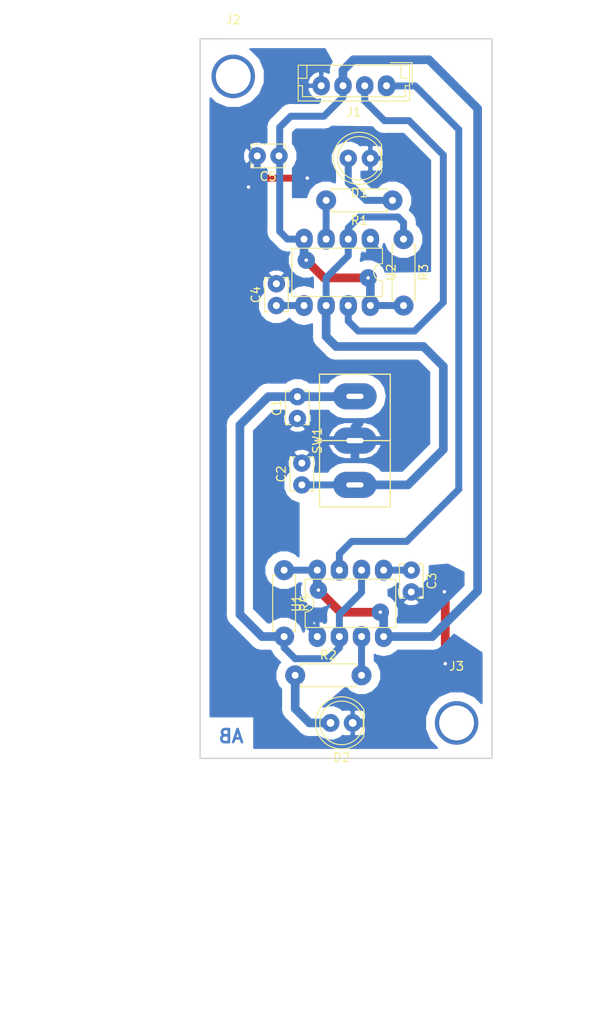
<source format=kicad_pcb>
(kicad_pcb (version 20171130) (host pcbnew "(5.0.2)-1")

  (general
    (thickness 1.6)
    (drawings 11)
    (tracks 128)
    (zones 0)
    (modules 17)
    (nets 13)
  )

  (page A4)
  (layers
    (0 F.Cu signal)
    (31 B.Cu signal)
    (32 B.Adhes user)
    (33 F.Adhes user)
    (34 B.Paste user)
    (35 F.Paste user)
    (36 B.SilkS user)
    (37 F.SilkS user)
    (38 B.Mask user)
    (39 F.Mask user)
    (40 Dwgs.User user)
    (41 Cmts.User user)
    (42 Eco1.User user)
    (43 Eco2.User user)
    (44 Edge.Cuts user)
    (45 Margin user)
    (46 B.CrtYd user)
    (47 F.CrtYd user)
    (48 B.Fab user)
    (49 F.Fab user)
  )

  (setup
    (last_trace_width 0.25)
    (user_trace_width 0.6)
    (user_trace_width 0.8)
    (user_trace_width 1)
    (user_trace_width 1.2)
    (trace_clearance 0.7)
    (zone_clearance 1.1)
    (zone_45_only no)
    (trace_min 0.2)
    (segment_width 0.2)
    (edge_width 0.15)
    (via_size 2)
    (via_drill 0.4)
    (via_min_size 0.4)
    (via_min_drill 0.3)
    (uvia_size 0.3)
    (uvia_drill 0.1)
    (uvias_allowed no)
    (uvia_min_size 0.2)
    (uvia_min_drill 0.1)
    (pcb_text_width 0.3)
    (pcb_text_size 1.5 1.5)
    (mod_edge_width 0.15)
    (mod_text_size 1 1)
    (mod_text_width 0.15)
    (pad_size 2.05 2.05)
    (pad_drill 0.9)
    (pad_to_mask_clearance 0.051)
    (solder_mask_min_width 0.25)
    (aux_axis_origin 0 0)
    (visible_elements 7FFFFFFF)
    (pcbplotparams
      (layerselection 0x010fc_ffffffff)
      (usegerberextensions false)
      (usegerberattributes false)
      (usegerberadvancedattributes false)
      (creategerberjobfile false)
      (excludeedgelayer true)
      (linewidth 0.100000)
      (plotframeref false)
      (viasonmask false)
      (mode 1)
      (useauxorigin false)
      (hpglpennumber 1)
      (hpglpenspeed 20)
      (hpglpendiameter 15.000000)
      (psnegative false)
      (psa4output false)
      (plotreference true)
      (plotvalue true)
      (plotinvisibletext false)
      (padsonsilk false)
      (subtractmaskfromsilk false)
      (outputformat 1)
      (mirror false)
      (drillshape 1)
      (scaleselection 1)
      (outputdirectory ""))
  )

  (net 0 "")
  (net 1 GND)
  (net 2 "Net-(D1-Pad2)")
  (net 3 "Net-(D2-Pad2)")
  (net 4 +5V)
  (net 5 /IN_1)
  (net 6 /IN_2)
  (net 7 "Net-(C3-Pad1)")
  (net 8 "Net-(C4-Pad1)")
  (net 9 /OUT_2)
  (net 10 /OUT_1)
  (net 11 /LED_2)
  (net 12 /LED_1)

  (net_class Default "This is the default net class."
    (clearance 0.7)
    (trace_width 0.25)
    (via_dia 2)
    (via_drill 0.4)
    (uvia_dia 0.3)
    (uvia_drill 0.1)
    (add_net +5V)
    (add_net /IN_1)
    (add_net /IN_2)
    (add_net /LED_1)
    (add_net /LED_2)
    (add_net /OUT_1)
    (add_net /OUT_2)
    (add_net GND)
    (add_net "Net-(C3-Pad1)")
    (add_net "Net-(C4-Pad1)")
    (add_net "Net-(D1-Pad2)")
    (add_net "Net-(D2-Pad2)")
  )

  (module LEDs:LED_D5.0mm (layer F.Cu) (tedit 5D0F2C77) (tstamp 5D0DD688)
    (at 94.488 107.696 180)
    (descr "LED, diameter 5.0mm, 2 pins, http://cdn-reichelt.de/documents/datenblatt/A500/LL-504BC2E-009.pdf")
    (tags "LED diameter 5.0mm 2 pins")
    (path /5D05882B)
    (fp_text reference D2 (at 1.27 -3.96 180) (layer F.SilkS)
      (effects (font (size 1 1) (thickness 0.15)))
    )
    (fp_text value LED (at 1.27 3.96 180) (layer F.Fab)
      (effects (font (size 1 1) (thickness 0.15)))
    )
    (fp_arc (start 1.27 0) (end -1.23 -1.469694) (angle 299.1) (layer F.Fab) (width 0.1))
    (fp_arc (start 1.27 0) (end -1.29 -1.54483) (angle 148.9) (layer F.SilkS) (width 0.12))
    (fp_arc (start 1.27 0) (end -1.29 1.54483) (angle -148.9) (layer F.SilkS) (width 0.12))
    (fp_circle (center 1.27 0) (end 3.77 0) (layer F.Fab) (width 0.1))
    (fp_circle (center 1.27 0) (end 3.77 0) (layer F.SilkS) (width 0.12))
    (fp_line (start -1.23 -1.469694) (end -1.23 1.469694) (layer F.Fab) (width 0.1))
    (fp_line (start -1.29 -1.545) (end -1.29 1.545) (layer F.SilkS) (width 0.12))
    (fp_line (start -1.95 -3.25) (end -1.95 3.25) (layer F.CrtYd) (width 0.05))
    (fp_line (start -1.95 3.25) (end 4.5 3.25) (layer F.CrtYd) (width 0.05))
    (fp_line (start 4.5 3.25) (end 4.5 -3.25) (layer F.CrtYd) (width 0.05))
    (fp_line (start 4.5 -3.25) (end -1.95 -3.25) (layer F.CrtYd) (width 0.05))
    (fp_text user %R (at 1.25 0 180) (layer F.Fab)
      (effects (font (size 0.8 0.8) (thickness 0.2)))
    )
    (pad 1 thru_hole circle (at 0 0 180) (size 2.05 2.05) (drill 0.9) (layers *.Cu *.Mask)
      (net 1 GND))
    (pad 2 thru_hole circle (at 2.54 0 180) (size 2.05 2.05) (drill 0.9) (layers *.Cu *.Mask)
      (net 3 "Net-(D2-Pad2)"))
    (model ${KISYS3DMOD}/LEDs.3dshapes/LED_D5.0mm.wrl
      (at (xyz 0 0 0))
      (scale (xyz 0.393701 0.393701 0.393701))
      (rotate (xyz 0 0 0))
    )
  )

  (module Connectors_JST:JST_EH_B04B-EH-A_04x2.50mm_Straight (layer F.Cu) (tedit 5D08C5CD) (tstamp 5D0DD6AA)
    (at 98.375 34.6 180)
    (descr "JST EH series connector, B04B-EH-A, 2.50mm pitch, top entry")
    (tags "connector jst eh top vertical straight")
    (path /5D057162)
    (fp_text reference J1 (at 3.75 -3 180) (layer F.SilkS)
      (effects (font (size 1 1) (thickness 0.15)))
    )
    (fp_text value Conn_01x04 (at 3.75 3.5 180) (layer F.Fab)
      (effects (font (size 1 1) (thickness 0.15)))
    )
    (fp_text user %R (at 3.75 -3 180) (layer F.Fab)
      (effects (font (size 1 1) (thickness 0.15)))
    )
    (fp_line (start -2.5 -1.6) (end -2.5 2.2) (layer F.Fab) (width 0.1))
    (fp_line (start -2.5 2.2) (end 10 2.2) (layer F.Fab) (width 0.1))
    (fp_line (start 10 2.2) (end 10 -1.6) (layer F.Fab) (width 0.1))
    (fp_line (start 10 -1.6) (end -2.5 -1.6) (layer F.Fab) (width 0.1))
    (fp_line (start -2.65 -1.75) (end -2.65 2.35) (layer F.SilkS) (width 0.12))
    (fp_line (start -2.65 2.35) (end 10.15 2.35) (layer F.SilkS) (width 0.12))
    (fp_line (start 10.15 2.35) (end 10.15 -1.75) (layer F.SilkS) (width 0.12))
    (fp_line (start 10.15 -1.75) (end -2.65 -1.75) (layer F.SilkS) (width 0.12))
    (fp_line (start -2.65 0) (end -2.15 0) (layer F.SilkS) (width 0.12))
    (fp_line (start -2.15 0) (end -2.15 -1.25) (layer F.SilkS) (width 0.12))
    (fp_line (start -2.15 -1.25) (end 9.65 -1.25) (layer F.SilkS) (width 0.12))
    (fp_line (start 9.65 -1.25) (end 9.65 0) (layer F.SilkS) (width 0.12))
    (fp_line (start 9.65 0) (end 10.15 0) (layer F.SilkS) (width 0.12))
    (fp_line (start -2.65 0.85) (end -1.65 0.85) (layer F.SilkS) (width 0.12))
    (fp_line (start -1.65 0.85) (end -1.65 2.35) (layer F.SilkS) (width 0.12))
    (fp_line (start 10.15 0.85) (end 9.15 0.85) (layer F.SilkS) (width 0.12))
    (fp_line (start 9.15 0.85) (end 9.15 2.35) (layer F.SilkS) (width 0.12))
    (fp_line (start -2.95 0.15) (end -2.95 2.65) (layer F.SilkS) (width 0.12))
    (fp_line (start -2.95 2.65) (end -0.45 2.65) (layer F.SilkS) (width 0.12))
    (fp_line (start -2.95 0.15) (end -2.95 2.65) (layer F.Fab) (width 0.1))
    (fp_line (start -2.95 2.65) (end -0.45 2.65) (layer F.Fab) (width 0.1))
    (fp_line (start -3.15 -2.25) (end -3.15 2.85) (layer F.CrtYd) (width 0.05))
    (fp_line (start -3.15 2.85) (end 10.65 2.85) (layer F.CrtYd) (width 0.05))
    (fp_line (start 10.65 2.85) (end 10.65 -2.25) (layer F.CrtYd) (width 0.05))
    (fp_line (start 10.65 -2.25) (end -3.15 -2.25) (layer F.CrtYd) (width 0.05))
    (pad 3 thru_hole oval (at 0 0 180) (size 2 2.4) (drill 0.8) (layers *.Cu *.Mask)
      (net 10 /OUT_1))
    (pad 4 thru_hole oval (at 2.5 0 180) (size 2 2.2) (drill 0.8) (layers *.Cu *.Mask)
      (net 9 /OUT_2))
    (pad 1 thru_hole oval (at 5 0 180) (size 2 2.2) (drill 0.8) (layers *.Cu *.Mask)
      (net 4 +5V))
    (pad 2 thru_hole oval (at 7.5 0 180) (size 2 2.2) (drill 0.8) (layers *.Cu *.Mask)
      (net 1 GND))
    (model Connectors_JST.3dshapes/JST_EH_B04B-EH-A_04x2.50mm_Straight.wrl
      (at (xyz 0 0 0))
      (scale (xyz 1 1 1))
      (rotate (xyz 0 0 0))
    )
  )

  (module Housings_DIP:DIP-8_W7.62mm (layer F.Cu) (tedit 5D08937D) (tstamp 5D0FAE6E)
    (at 96.52 52.197 270)
    (descr "8-lead dip package, row spacing 7.62 mm (300 mils)")
    (tags "DIL DIP PDIP 2.54mm 7.62mm 300mil")
    (path /5D070DAC)
    (fp_text reference U2 (at 3.81 -2.39 270) (layer F.SilkS)
      (effects (font (size 1 1) (thickness 0.15)))
    )
    (fp_text value LM555 (at 3.81 10.01 270) (layer F.Fab)
      (effects (font (size 1 1) (thickness 0.15)))
    )
    (fp_arc (start 3.81 -1.39) (end 2.81 -1.39) (angle -180) (layer F.SilkS) (width 0.12))
    (fp_line (start 8.7 -1.6) (end -1.1 -1.6) (layer F.CrtYd) (width 0.05))
    (fp_line (start 8.7 9.2) (end 8.7 -1.6) (layer F.CrtYd) (width 0.05))
    (fp_line (start -1.1 9.2) (end 8.7 9.2) (layer F.CrtYd) (width 0.05))
    (fp_line (start -1.1 -1.6) (end -1.1 9.2) (layer F.CrtYd) (width 0.05))
    (fp_line (start 6.58 -1.39) (end 4.81 -1.39) (layer F.SilkS) (width 0.12))
    (fp_line (start 6.58 9.01) (end 6.58 -1.39) (layer F.SilkS) (width 0.12))
    (fp_line (start 1.04 9.01) (end 6.58 9.01) (layer F.SilkS) (width 0.12))
    (fp_line (start 1.04 -1.39) (end 1.04 9.01) (layer F.SilkS) (width 0.12))
    (fp_line (start 2.81 -1.39) (end 1.04 -1.39) (layer F.SilkS) (width 0.12))
    (fp_line (start 0.635 -0.27) (end 1.635 -1.27) (layer F.Fab) (width 0.1))
    (fp_line (start 0.635 8.89) (end 0.635 -0.27) (layer F.Fab) (width 0.1))
    (fp_line (start 6.985 8.89) (end 0.635 8.89) (layer F.Fab) (width 0.1))
    (fp_line (start 6.985 -1.27) (end 6.985 8.89) (layer F.Fab) (width 0.1))
    (fp_line (start 1.635 -1.27) (end 6.985 -1.27) (layer F.Fab) (width 0.1))
    (fp_text user %R (at 3.81 3.81 270) (layer F.Fab)
      (effects (font (size 1 1) (thickness 0.15)))
    )
    (pad 8 thru_hole oval (at 7.62 0 270) (size 2.4 2) (drill 0.8) (layers *.Cu *.Mask)
      (net 4 +5V))
    (pad 4 thru_hole oval (at 0 7.62 270) (size 2.4 2) (drill 0.8) (layers *.Cu *.Mask)
      (net 4 +5V))
    (pad 7 thru_hole oval (at 7.62 2.54 270) (size 2.4 2) (drill 0.8) (layers *.Cu *.Mask)
      (net 9 /OUT_2))
    (pad 3 thru_hole oval (at 0 5.08 270) (size 2.4 2) (drill 0.8) (layers *.Cu *.Mask)
      (net 11 /LED_2))
    (pad 6 thru_hole oval (at 7.62 5.08 270) (size 2.4 2) (drill 0.8) (layers *.Cu *.Mask)
      (net 6 /IN_2))
    (pad 2 thru_hole oval (at 0 2.54 270) (size 2.4 2) (drill 0.8) (layers *.Cu *.Mask)
      (net 6 /IN_2))
    (pad 5 thru_hole oval (at 7.62 7.62 270) (size 2.4 2) (drill 0.8) (layers *.Cu *.Mask)
      (net 8 "Net-(C4-Pad1)"))
    (pad 1 thru_hole oval (at 0 0 270) (size 2.4 2) (drill 0.8) (layers *.Cu *.Mask)
      (net 1 GND))
    (model ${KISYS3DMOD}/Housings_DIP.3dshapes/DIP-8_W7.62mm.wrl
      (at (xyz 0 0 0))
      (scale (xyz 1 1 1))
      (rotate (xyz 0 0 0))
    )
  )

  (module Housings_DIP:DIP-8_W7.62mm (layer F.Cu) (tedit 5D08933C) (tstamp 5D0FAE52)
    (at 90.424 97.79 90)
    (descr "8-lead dip package, row spacing 7.62 mm (300 mils)")
    (tags "DIL DIP PDIP 2.54mm 7.62mm 300mil")
    (path /5D0634F3)
    (fp_text reference U1 (at 3.81 -2.39 90) (layer F.SilkS)
      (effects (font (size 1 1) (thickness 0.15)))
    )
    (fp_text value LM555 (at 3.81 10.01 90) (layer F.Fab)
      (effects (font (size 1 1) (thickness 0.15)))
    )
    (fp_text user %R (at 3.81 3.81 90) (layer F.Fab)
      (effects (font (size 1 1) (thickness 0.15)))
    )
    (fp_line (start 1.635 -1.27) (end 6.985 -1.27) (layer F.Fab) (width 0.1))
    (fp_line (start 6.985 -1.27) (end 6.985 8.89) (layer F.Fab) (width 0.1))
    (fp_line (start 6.985 8.89) (end 0.635 8.89) (layer F.Fab) (width 0.1))
    (fp_line (start 0.635 8.89) (end 0.635 -0.27) (layer F.Fab) (width 0.1))
    (fp_line (start 0.635 -0.27) (end 1.635 -1.27) (layer F.Fab) (width 0.1))
    (fp_line (start 2.81 -1.39) (end 1.04 -1.39) (layer F.SilkS) (width 0.12))
    (fp_line (start 1.04 -1.39) (end 1.04 9.01) (layer F.SilkS) (width 0.12))
    (fp_line (start 1.04 9.01) (end 6.58 9.01) (layer F.SilkS) (width 0.12))
    (fp_line (start 6.58 9.01) (end 6.58 -1.39) (layer F.SilkS) (width 0.12))
    (fp_line (start 6.58 -1.39) (end 4.81 -1.39) (layer F.SilkS) (width 0.12))
    (fp_line (start -1.1 -1.6) (end -1.1 9.2) (layer F.CrtYd) (width 0.05))
    (fp_line (start -1.1 9.2) (end 8.7 9.2) (layer F.CrtYd) (width 0.05))
    (fp_line (start 8.7 9.2) (end 8.7 -1.6) (layer F.CrtYd) (width 0.05))
    (fp_line (start 8.7 -1.6) (end -1.1 -1.6) (layer F.CrtYd) (width 0.05))
    (fp_arc (start 3.81 -1.39) (end 2.81 -1.39) (angle -180) (layer F.SilkS) (width 0.12))
    (pad 1 thru_hole oval (at 0 0 90) (size 2.4 2) (drill 0.8) (layers *.Cu *.Mask)
      (net 1 GND))
    (pad 5 thru_hole oval (at 7.62 7.62 90) (size 2.4 2) (drill 0.8) (layers *.Cu *.Mask)
      (net 7 "Net-(C3-Pad1)"))
    (pad 2 thru_hole oval (at 0 2.54 90) (size 2.4 2) (drill 0.8) (layers *.Cu *.Mask)
      (net 5 /IN_1))
    (pad 6 thru_hole oval (at 7.62 5.08 90) (size 2.4 2) (drill 0.8) (layers *.Cu *.Mask)
      (net 5 /IN_1))
    (pad 3 thru_hole oval (at 0 5.08 90) (size 2.4 2) (drill 0.8) (layers *.Cu *.Mask)
      (net 12 /LED_1))
    (pad 7 thru_hole oval (at 7.62 2.54 90) (size 2.4 2) (drill 0.8) (layers *.Cu *.Mask)
      (net 10 /OUT_1))
    (pad 4 thru_hole oval (at 0 7.62 90) (size 2.4 2) (drill 0.8) (layers *.Cu *.Mask)
      (net 4 +5V))
    (pad 8 thru_hole oval (at 7.62 0 90) (size 2.4 2) (drill 0.8) (layers *.Cu *.Mask)
      (net 4 +5V))
    (model ${KISYS3DMOD}/Housings_DIP.3dshapes/DIP-8_W7.62mm.wrl
      (at (xyz 0 0 0))
      (scale (xyz 1 1 1))
      (rotate (xyz 0 0 0))
    )
  )

  (module modFiles:toggle_small (layer F.Cu) (tedit 5D074F8F) (tstamp 5D0DD727)
    (at 94.742 75.311 90)
    (descr "Non Isolated JEDEC TO-220 Package")
    (tags "Power Integration YN Package")
    (path /5D0570C0)
    (fp_text reference SW1 (at 0 -4.318 90) (layer F.SilkS)
      (effects (font (size 1 1) (thickness 0.15)))
    )
    (fp_text value SW_Push_SPDT (at 0 -4.318 90) (layer F.Fab)
      (effects (font (size 1 1) (thickness 0.15)))
    )
    (fp_line (start 7.62 4.064) (end 7.62 -0.508) (layer F.SilkS) (width 0.15))
    (fp_line (start -7.62 4.064) (end 7.62 4.064) (layer F.SilkS) (width 0.15))
    (fp_line (start -7.62 -4.064) (end -7.62 4.064) (layer F.SilkS) (width 0.15))
    (fp_line (start 7.62 -4.064) (end -7.62 -4.064) (layer F.SilkS) (width 0.15))
    (fp_line (start 7.62 0) (end 7.62 -4.064) (layer F.SilkS) (width 0.15))
    (fp_line (start 0 4.064) (end 0 -4.064) (layer F.SilkS) (width 0.15))
    (pad 2 thru_hole oval (at 0 0 90) (size 3 5) (drill oval 0.6 2) (layers *.Cu *.Mask)
      (net 1 GND))
    (pad 1 thru_hole oval (at 5.08 0 90) (size 3 5) (drill oval 0.6 2) (layers *.Cu *.Mask)
      (net 5 /IN_1))
    (pad 3 thru_hole oval (at -5.08 0 90) (size 3 5) (drill oval 0.6 2) (layers *.Cu *.Mask)
      (net 6 /IN_2))
    (model _3D/Used/to220-2_5770.wrl
      (at (xyz 0 0 0))
      (scale (xyz 1 1 1))
      (rotate (xyz 0 0 0))
    )
  )

  (module Connectors:Banana_Jack_1Pin (layer F.Cu) (tedit 5D05EDBF) (tstamp 5D0DD6B4)
    (at 80.772 33.528)
    (descr "Single banana socket, footprint - 6mm drill")
    (tags "banana socket")
    (path /5D05ABFC)
    (fp_text reference J2 (at 0 -6.5) (layer F.SilkS)
      (effects (font (size 1 1) (thickness 0.15)))
    )
    (fp_text value Conn_01x01 (at -0.25 6.5) (layer F.Fab)
      (effects (font (size 1 1) (thickness 0.15)))
    )
    (fp_circle (center 0 0) (end 2 0) (layer F.Fab) (width 0.1))
    (fp_text user %R (at 0 0) (layer F.Fab)
      (effects (font (size 0.8 0.8) (thickness 0.12)))
    )
    (pad 1 thru_hole circle (at 0 0) (size 5 5) (drill 4) (layers *.Cu *.Mask))
    (model ${KISYS3DMOD}/Connectors.3dshapes/Banana_Jack_1Pin.wrl
      (at (xyz 0 0 0))
      (scale (xyz 2 2 2))
      (rotate (xyz 0 0 0))
    )
  )

  (module Connectors:Banana_Jack_1Pin (layer F.Cu) (tedit 5D05ED91) (tstamp 5D0DD6BE)
    (at 106.426 107.696)
    (descr "Single banana socket, footprint - 6mm drill")
    (tags "banana socket")
    (path /5D05ABCA)
    (fp_text reference J3 (at 0 -6.5) (layer F.SilkS)
      (effects (font (size 1 1) (thickness 0.15)))
    )
    (fp_text value Conn_01x01 (at -0.25 6.5) (layer F.Fab)
      (effects (font (size 1 1) (thickness 0.15)))
    )
    (fp_text user %R (at 0 0) (layer F.Fab)
      (effects (font (size 0.8 0.8) (thickness 0.12)))
    )
    (fp_circle (center 0 0) (end 2 0) (layer F.Fab) (width 0.1))
    (pad 1 thru_hole circle (at 0 0) (size 5 5) (drill 4) (layers *.Cu *.Mask))
    (model ${KISYS3DMOD}/Connectors.3dshapes/Banana_Jack_1Pin.wrl
      (at (xyz 0 0 0))
      (scale (xyz 2 2 2))
      (rotate (xyz 0 0 0))
    )
  )

  (module LEDs:LED_D5.0mm (layer F.Cu) (tedit 5D0EB4FC) (tstamp 5D0DD676)
    (at 96.52 42.926 180)
    (descr "LED, diameter 5.0mm, 2 pins, http://cdn-reichelt.de/documents/datenblatt/A500/LL-504BC2E-009.pdf")
    (tags "LED diameter 5.0mm 2 pins")
    (path /5D0599CC)
    (fp_text reference D1 (at 1.27 -3.96 180) (layer F.SilkS)
      (effects (font (size 1 1) (thickness 0.15)))
    )
    (fp_text value LED (at 1.27 3.96 180) (layer F.Fab)
      (effects (font (size 1 1) (thickness 0.15)))
    )
    (fp_text user %R (at 1.25 0 180) (layer F.Fab)
      (effects (font (size 0.8 0.8) (thickness 0.2)))
    )
    (fp_line (start 4.5 -3.25) (end -1.95 -3.25) (layer F.CrtYd) (width 0.05))
    (fp_line (start 4.5 3.25) (end 4.5 -3.25) (layer F.CrtYd) (width 0.05))
    (fp_line (start -1.95 3.25) (end 4.5 3.25) (layer F.CrtYd) (width 0.05))
    (fp_line (start -1.95 -3.25) (end -1.95 3.25) (layer F.CrtYd) (width 0.05))
    (fp_line (start -1.29 -1.545) (end -1.29 1.545) (layer F.SilkS) (width 0.12))
    (fp_line (start -1.23 -1.469694) (end -1.23 1.469694) (layer F.Fab) (width 0.1))
    (fp_circle (center 1.27 0) (end 3.77 0) (layer F.SilkS) (width 0.12))
    (fp_circle (center 1.27 0) (end 3.77 0) (layer F.Fab) (width 0.1))
    (fp_arc (start 1.27 0) (end -1.29 1.54483) (angle -148.9) (layer F.SilkS) (width 0.12))
    (fp_arc (start 1.27 0) (end -1.29 -1.54483) (angle 148.9) (layer F.SilkS) (width 0.12))
    (fp_arc (start 1.27 0) (end -1.23 -1.469694) (angle 299.1) (layer F.Fab) (width 0.1))
    (pad 2 thru_hole circle (at 2.54 0 180) (size 2 2) (drill 0.8) (layers *.Cu *.Mask)
      (net 2 "Net-(D1-Pad2)"))
    (pad 1 thru_hole circle (at 0 0 180) (size 2 2) (drill 0.8) (layers *.Cu *.Mask)
      (net 1 GND))
    (model ${KISYS3DMOD}/LEDs.3dshapes/LED_D5.0mm.wrl
      (at (xyz 0 0 0))
      (scale (xyz 0.393701 0.393701 0.393701))
      (rotate (xyz 0 0 0))
    )
  )

  (module modFiles:Resistor_small (layer F.Cu) (tedit 5ADE0F5A) (tstamp 5D0DD6D4)
    (at 99.06 47.752 180)
    (descr "Resistor, Axial_DIN0207 series, Axial, Horizontal, pin pitch=7.62mm, 0.25W = 1/4W, length*diameter=6.3*2.5mm^2, http://cdn-reichelt.de/documents/datenblatt/B400/1_4W%23YAG.pdf")
    (tags "Resistor Axial_DIN0207 series Axial Horizontal pin pitch 7.62mm 0.25W = 1/4W length 6.3mm diameter 2.5mm")
    (path /5D0599D9)
    (fp_text reference R1 (at 3.81 -2.31 180) (layer F.SilkS)
      (effects (font (size 1 1) (thickness 0.15)))
    )
    (fp_text value R (at 3.81 2.31 180) (layer F.Fab)
      (effects (font (size 1 1) (thickness 0.15)))
    )
    (fp_line (start 8.7 -1.6) (end -1.05 -1.6) (layer F.CrtYd) (width 0.05))
    (fp_line (start 8.7 1.6) (end 8.7 -1.6) (layer F.CrtYd) (width 0.05))
    (fp_line (start -1.05 1.6) (end 8.7 1.6) (layer F.CrtYd) (width 0.05))
    (fp_line (start -1.05 -1.6) (end -1.05 1.6) (layer F.CrtYd) (width 0.05))
    (fp_line (start 7.02 1.31) (end 7.02 0.98) (layer F.SilkS) (width 0.12))
    (fp_line (start 0.6 1.31) (end 7.02 1.31) (layer F.SilkS) (width 0.12))
    (fp_line (start 0.6 0.98) (end 0.6 1.31) (layer F.SilkS) (width 0.12))
    (fp_line (start 7.02 -1.31) (end 7.02 -0.98) (layer F.SilkS) (width 0.12))
    (fp_line (start 0.6 -1.31) (end 7.02 -1.31) (layer F.SilkS) (width 0.12))
    (fp_line (start 0.6 -0.98) (end 0.6 -1.31) (layer F.SilkS) (width 0.12))
    (fp_line (start 7.62 0) (end 6.96 0) (layer F.Fab) (width 0.1))
    (fp_line (start 0 0) (end 0.66 0) (layer F.Fab) (width 0.1))
    (fp_line (start 6.96 -1.25) (end 0.66 -1.25) (layer F.Fab) (width 0.1))
    (fp_line (start 6.96 1.25) (end 6.96 -1.25) (layer F.Fab) (width 0.1))
    (fp_line (start 0.66 1.25) (end 6.96 1.25) (layer F.Fab) (width 0.1))
    (fp_line (start 0.66 -1.25) (end 0.66 1.25) (layer F.Fab) (width 0.1))
    (pad 2 thru_hole circle (at 7.62 0 180) (size 2.3 2.3) (drill 0.8) (layers *.Cu *.Mask)
      (net 11 /LED_2))
    (pad 1 thru_hole circle (at 0 0 180) (size 2.3 2.3) (drill 0.8) (layers *.Cu *.Mask)
      (net 2 "Net-(D1-Pad2)"))
    (model _3D/Used/R_Axial_DIN0207_L6.3mm_D2.5mm_P7.62mm_Horizontal.wrl
      (at (xyz 0 0 0))
      (scale (xyz 0.393701 0.393701 0.393701))
      (rotate (xyz 0 0 0))
    )
  )

  (module modFiles:Resistor_small (layer F.Cu) (tedit 5ADE0F5A) (tstamp 5D0DD6EA)
    (at 87.884 102.235)
    (descr "Resistor, Axial_DIN0207 series, Axial, Horizontal, pin pitch=7.62mm, 0.25W = 1/4W, length*diameter=6.3*2.5mm^2, http://cdn-reichelt.de/documents/datenblatt/B400/1_4W%23YAG.pdf")
    (tags "Resistor Axial_DIN0207 series Axial Horizontal pin pitch 7.62mm 0.25W = 1/4W length 6.3mm diameter 2.5mm")
    (path /5D058DA8)
    (fp_text reference R2 (at 3.81 -2.31) (layer F.SilkS)
      (effects (font (size 1 1) (thickness 0.15)))
    )
    (fp_text value R (at 3.81 2.31) (layer F.Fab)
      (effects (font (size 1 1) (thickness 0.15)))
    )
    (fp_line (start 0.66 -1.25) (end 0.66 1.25) (layer F.Fab) (width 0.1))
    (fp_line (start 0.66 1.25) (end 6.96 1.25) (layer F.Fab) (width 0.1))
    (fp_line (start 6.96 1.25) (end 6.96 -1.25) (layer F.Fab) (width 0.1))
    (fp_line (start 6.96 -1.25) (end 0.66 -1.25) (layer F.Fab) (width 0.1))
    (fp_line (start 0 0) (end 0.66 0) (layer F.Fab) (width 0.1))
    (fp_line (start 7.62 0) (end 6.96 0) (layer F.Fab) (width 0.1))
    (fp_line (start 0.6 -0.98) (end 0.6 -1.31) (layer F.SilkS) (width 0.12))
    (fp_line (start 0.6 -1.31) (end 7.02 -1.31) (layer F.SilkS) (width 0.12))
    (fp_line (start 7.02 -1.31) (end 7.02 -0.98) (layer F.SilkS) (width 0.12))
    (fp_line (start 0.6 0.98) (end 0.6 1.31) (layer F.SilkS) (width 0.12))
    (fp_line (start 0.6 1.31) (end 7.02 1.31) (layer F.SilkS) (width 0.12))
    (fp_line (start 7.02 1.31) (end 7.02 0.98) (layer F.SilkS) (width 0.12))
    (fp_line (start -1.05 -1.6) (end -1.05 1.6) (layer F.CrtYd) (width 0.05))
    (fp_line (start -1.05 1.6) (end 8.7 1.6) (layer F.CrtYd) (width 0.05))
    (fp_line (start 8.7 1.6) (end 8.7 -1.6) (layer F.CrtYd) (width 0.05))
    (fp_line (start 8.7 -1.6) (end -1.05 -1.6) (layer F.CrtYd) (width 0.05))
    (pad 1 thru_hole circle (at 0 0) (size 2.3 2.3) (drill 0.8) (layers *.Cu *.Mask)
      (net 3 "Net-(D2-Pad2)"))
    (pad 2 thru_hole circle (at 7.62 0) (size 2.3 2.3) (drill 0.8) (layers *.Cu *.Mask)
      (net 12 /LED_1))
    (model _3D/Used/R_Axial_DIN0207_L6.3mm_D2.5mm_P7.62mm_Horizontal.wrl
      (at (xyz 0 0 0))
      (scale (xyz 0.393701 0.393701 0.393701))
      (rotate (xyz 0 0 0))
    )
  )

  (module modFiles:Resistor_small (layer F.Cu) (tedit 5ADE0F5A) (tstamp 5D0DD700)
    (at 100.33 52.197 270)
    (descr "Resistor, Axial_DIN0207 series, Axial, Horizontal, pin pitch=7.62mm, 0.25W = 1/4W, length*diameter=6.3*2.5mm^2, http://cdn-reichelt.de/documents/datenblatt/B400/1_4W%23YAG.pdf")
    (tags "Resistor Axial_DIN0207 series Axial Horizontal pin pitch 7.62mm 0.25W = 1/4W length 6.3mm diameter 2.5mm")
    (path /5D0573EF)
    (fp_text reference R3 (at 3.81 -2.31 270) (layer F.SilkS)
      (effects (font (size 1 1) (thickness 0.15)))
    )
    (fp_text value R (at 3.81 2.31 270) (layer F.Fab)
      (effects (font (size 1 1) (thickness 0.15)))
    )
    (fp_line (start 8.7 -1.6) (end -1.05 -1.6) (layer F.CrtYd) (width 0.05))
    (fp_line (start 8.7 1.6) (end 8.7 -1.6) (layer F.CrtYd) (width 0.05))
    (fp_line (start -1.05 1.6) (end 8.7 1.6) (layer F.CrtYd) (width 0.05))
    (fp_line (start -1.05 -1.6) (end -1.05 1.6) (layer F.CrtYd) (width 0.05))
    (fp_line (start 7.02 1.31) (end 7.02 0.98) (layer F.SilkS) (width 0.12))
    (fp_line (start 0.6 1.31) (end 7.02 1.31) (layer F.SilkS) (width 0.12))
    (fp_line (start 0.6 0.98) (end 0.6 1.31) (layer F.SilkS) (width 0.12))
    (fp_line (start 7.02 -1.31) (end 7.02 -0.98) (layer F.SilkS) (width 0.12))
    (fp_line (start 0.6 -1.31) (end 7.02 -1.31) (layer F.SilkS) (width 0.12))
    (fp_line (start 0.6 -0.98) (end 0.6 -1.31) (layer F.SilkS) (width 0.12))
    (fp_line (start 7.62 0) (end 6.96 0) (layer F.Fab) (width 0.1))
    (fp_line (start 0 0) (end 0.66 0) (layer F.Fab) (width 0.1))
    (fp_line (start 6.96 -1.25) (end 0.66 -1.25) (layer F.Fab) (width 0.1))
    (fp_line (start 6.96 1.25) (end 6.96 -1.25) (layer F.Fab) (width 0.1))
    (fp_line (start 0.66 1.25) (end 6.96 1.25) (layer F.Fab) (width 0.1))
    (fp_line (start 0.66 -1.25) (end 0.66 1.25) (layer F.Fab) (width 0.1))
    (pad 2 thru_hole circle (at 7.62 0 270) (size 2.3 2.3) (drill 0.8) (layers *.Cu *.Mask)
      (net 4 +5V))
    (pad 1 thru_hole circle (at 0 0 270) (size 2.3 2.3) (drill 0.8) (layers *.Cu *.Mask)
      (net 6 /IN_2))
    (model _3D/Used/R_Axial_DIN0207_L6.3mm_D2.5mm_P7.62mm_Horizontal.wrl
      (at (xyz 0 0 0))
      (scale (xyz 0.393701 0.393701 0.393701))
      (rotate (xyz 0 0 0))
    )
  )

  (module modFiles:Resistor_small (layer F.Cu) (tedit 5ADE0F5A) (tstamp 5D0DD716)
    (at 86.614 90.17 270)
    (descr "Resistor, Axial_DIN0207 series, Axial, Horizontal, pin pitch=7.62mm, 0.25W = 1/4W, length*diameter=6.3*2.5mm^2, http://cdn-reichelt.de/documents/datenblatt/B400/1_4W%23YAG.pdf")
    (tags "Resistor Axial_DIN0207 series Axial Horizontal pin pitch 7.62mm 0.25W = 1/4W length 6.3mm diameter 2.5mm")
    (path /5D05730C)
    (fp_text reference R4 (at 3.81 -2.31 270) (layer F.SilkS)
      (effects (font (size 1 1) (thickness 0.15)))
    )
    (fp_text value R (at 3.81 2.31 270) (layer F.Fab)
      (effects (font (size 1 1) (thickness 0.15)))
    )
    (fp_line (start 0.66 -1.25) (end 0.66 1.25) (layer F.Fab) (width 0.1))
    (fp_line (start 0.66 1.25) (end 6.96 1.25) (layer F.Fab) (width 0.1))
    (fp_line (start 6.96 1.25) (end 6.96 -1.25) (layer F.Fab) (width 0.1))
    (fp_line (start 6.96 -1.25) (end 0.66 -1.25) (layer F.Fab) (width 0.1))
    (fp_line (start 0 0) (end 0.66 0) (layer F.Fab) (width 0.1))
    (fp_line (start 7.62 0) (end 6.96 0) (layer F.Fab) (width 0.1))
    (fp_line (start 0.6 -0.98) (end 0.6 -1.31) (layer F.SilkS) (width 0.12))
    (fp_line (start 0.6 -1.31) (end 7.02 -1.31) (layer F.SilkS) (width 0.12))
    (fp_line (start 7.02 -1.31) (end 7.02 -0.98) (layer F.SilkS) (width 0.12))
    (fp_line (start 0.6 0.98) (end 0.6 1.31) (layer F.SilkS) (width 0.12))
    (fp_line (start 0.6 1.31) (end 7.02 1.31) (layer F.SilkS) (width 0.12))
    (fp_line (start 7.02 1.31) (end 7.02 0.98) (layer F.SilkS) (width 0.12))
    (fp_line (start -1.05 -1.6) (end -1.05 1.6) (layer F.CrtYd) (width 0.05))
    (fp_line (start -1.05 1.6) (end 8.7 1.6) (layer F.CrtYd) (width 0.05))
    (fp_line (start 8.7 1.6) (end 8.7 -1.6) (layer F.CrtYd) (width 0.05))
    (fp_line (start 8.7 -1.6) (end -1.05 -1.6) (layer F.CrtYd) (width 0.05))
    (pad 1 thru_hole circle (at 0 0 270) (size 2.3 2.3) (drill 0.8) (layers *.Cu *.Mask)
      (net 4 +5V))
    (pad 2 thru_hole circle (at 7.62 0 270) (size 2.3 2.3) (drill 0.8) (layers *.Cu *.Mask)
      (net 5 /IN_1))
    (model _3D/Used/R_Axial_DIN0207_L6.3mm_D2.5mm_P7.62mm_Horizontal.wrl
      (at (xyz 0 0 0))
      (scale (xyz 0.393701 0.393701 0.393701))
      (rotate (xyz 0 0 0))
    )
  )

  (module modFiles:Capacitor_Disc_Small (layer F.Cu) (tedit 5ADE129F) (tstamp 5D0E81D2)
    (at 88.138 72.771 90)
    (descr "C, Disc series, Radial, pin pitch=2.50mm, , diameter*width=3.8*2.6mm^2, Capacitor, http://www.vishay.com/docs/45233/krseries.pdf")
    (tags "C Disc series Radial pin pitch 2.50mm  diameter 3.8mm width 2.6mm Capacitor")
    (path /5D057CDF)
    (fp_text reference C1 (at 1.25 -2.36 90) (layer F.SilkS)
      (effects (font (size 1 1) (thickness 0.15)))
    )
    (fp_text value C (at 1.25 2.36 90) (layer F.Fab)
      (effects (font (size 1 1) (thickness 0.15)))
    )
    (fp_line (start 3.55 -1.65) (end -1.05 -1.65) (layer F.CrtYd) (width 0.05))
    (fp_line (start 3.55 1.65) (end 3.55 -1.65) (layer F.CrtYd) (width 0.05))
    (fp_line (start -1.05 1.65) (end 3.55 1.65) (layer F.CrtYd) (width 0.05))
    (fp_line (start -1.05 -1.65) (end -1.05 1.65) (layer F.CrtYd) (width 0.05))
    (fp_line (start 3.21 0.75) (end 3.21 1.36) (layer F.SilkS) (width 0.12))
    (fp_line (start 3.21 -1.36) (end 3.21 -0.75) (layer F.SilkS) (width 0.12))
    (fp_line (start -0.71 0.75) (end -0.71 1.36) (layer F.SilkS) (width 0.12))
    (fp_line (start -0.71 -1.36) (end -0.71 -0.75) (layer F.SilkS) (width 0.12))
    (fp_line (start -0.71 1.36) (end 3.21 1.36) (layer F.SilkS) (width 0.12))
    (fp_line (start -0.71 -1.36) (end 3.21 -1.36) (layer F.SilkS) (width 0.12))
    (fp_line (start 3.15 -1.3) (end -0.65 -1.3) (layer F.Fab) (width 0.1))
    (fp_line (start 3.15 1.3) (end 3.15 -1.3) (layer F.Fab) (width 0.1))
    (fp_line (start -0.65 1.3) (end 3.15 1.3) (layer F.Fab) (width 0.1))
    (fp_line (start -0.65 -1.3) (end -0.65 1.3) (layer F.Fab) (width 0.1))
    (pad 2 thru_hole circle (at 2.5 0 90) (size 2 2) (drill 0.8) (layers *.Cu *.Mask)
      (net 5 /IN_1))
    (pad 1 thru_hole circle (at 0 0 90) (size 2 2) (drill 0.8) (layers *.Cu *.Mask)
      (net 1 GND))
    (model _3D/Used/C_Disc_D3.8mm_W2.6mm_P2.50mm.wrl
      (at (xyz 0 0 0))
      (scale (xyz 0.393701 0.393701 0.393701))
      (rotate (xyz 0 0 0))
    )
  )

  (module modFiles:Capacitor_Disc_Small (layer F.Cu) (tedit 5ADE129F) (tstamp 5D0E81E5)
    (at 88.646 80.391 90)
    (descr "C, Disc series, Radial, pin pitch=2.50mm, , diameter*width=3.8*2.6mm^2, Capacitor, http://www.vishay.com/docs/45233/krseries.pdf")
    (tags "C Disc series Radial pin pitch 2.50mm  diameter 3.8mm width 2.6mm Capacitor")
    (path /5D057A81)
    (fp_text reference C2 (at 1.25 -2.36 90) (layer F.SilkS)
      (effects (font (size 1 1) (thickness 0.15)))
    )
    (fp_text value C (at 1.25 2.36 90) (layer F.Fab)
      (effects (font (size 1 1) (thickness 0.15)))
    )
    (fp_line (start -0.65 -1.3) (end -0.65 1.3) (layer F.Fab) (width 0.1))
    (fp_line (start -0.65 1.3) (end 3.15 1.3) (layer F.Fab) (width 0.1))
    (fp_line (start 3.15 1.3) (end 3.15 -1.3) (layer F.Fab) (width 0.1))
    (fp_line (start 3.15 -1.3) (end -0.65 -1.3) (layer F.Fab) (width 0.1))
    (fp_line (start -0.71 -1.36) (end 3.21 -1.36) (layer F.SilkS) (width 0.12))
    (fp_line (start -0.71 1.36) (end 3.21 1.36) (layer F.SilkS) (width 0.12))
    (fp_line (start -0.71 -1.36) (end -0.71 -0.75) (layer F.SilkS) (width 0.12))
    (fp_line (start -0.71 0.75) (end -0.71 1.36) (layer F.SilkS) (width 0.12))
    (fp_line (start 3.21 -1.36) (end 3.21 -0.75) (layer F.SilkS) (width 0.12))
    (fp_line (start 3.21 0.75) (end 3.21 1.36) (layer F.SilkS) (width 0.12))
    (fp_line (start -1.05 -1.65) (end -1.05 1.65) (layer F.CrtYd) (width 0.05))
    (fp_line (start -1.05 1.65) (end 3.55 1.65) (layer F.CrtYd) (width 0.05))
    (fp_line (start 3.55 1.65) (end 3.55 -1.65) (layer F.CrtYd) (width 0.05))
    (fp_line (start 3.55 -1.65) (end -1.05 -1.65) (layer F.CrtYd) (width 0.05))
    (pad 1 thru_hole circle (at 0 0 90) (size 2 2) (drill 0.8) (layers *.Cu *.Mask)
      (net 6 /IN_2))
    (pad 2 thru_hole circle (at 2.5 0 90) (size 2 2) (drill 0.8) (layers *.Cu *.Mask)
      (net 1 GND))
    (model _3D/Used/C_Disc_D3.8mm_W2.6mm_P2.50mm.wrl
      (at (xyz 0 0 0))
      (scale (xyz 0.393701 0.393701 0.393701))
      (rotate (xyz 0 0 0))
    )
  )

  (module modFiles:Capacitor_Disc_Small (layer F.Cu) (tedit 5ADE129F) (tstamp 5D0FADF6)
    (at 101.219 90.17 270)
    (descr "C, Disc series, Radial, pin pitch=2.50mm, , diameter*width=3.8*2.6mm^2, Capacitor, http://www.vishay.com/docs/45233/krseries.pdf")
    (tags "C Disc series Radial pin pitch 2.50mm  diameter 3.8mm width 2.6mm Capacitor")
    (path /5D066AB3)
    (fp_text reference C3 (at 1.25 -2.36 270) (layer F.SilkS)
      (effects (font (size 1 1) (thickness 0.15)))
    )
    (fp_text value C (at 1.25 2.36 270) (layer F.Fab)
      (effects (font (size 1 1) (thickness 0.15)))
    )
    (fp_line (start -0.65 -1.3) (end -0.65 1.3) (layer F.Fab) (width 0.1))
    (fp_line (start -0.65 1.3) (end 3.15 1.3) (layer F.Fab) (width 0.1))
    (fp_line (start 3.15 1.3) (end 3.15 -1.3) (layer F.Fab) (width 0.1))
    (fp_line (start 3.15 -1.3) (end -0.65 -1.3) (layer F.Fab) (width 0.1))
    (fp_line (start -0.71 -1.36) (end 3.21 -1.36) (layer F.SilkS) (width 0.12))
    (fp_line (start -0.71 1.36) (end 3.21 1.36) (layer F.SilkS) (width 0.12))
    (fp_line (start -0.71 -1.36) (end -0.71 -0.75) (layer F.SilkS) (width 0.12))
    (fp_line (start -0.71 0.75) (end -0.71 1.36) (layer F.SilkS) (width 0.12))
    (fp_line (start 3.21 -1.36) (end 3.21 -0.75) (layer F.SilkS) (width 0.12))
    (fp_line (start 3.21 0.75) (end 3.21 1.36) (layer F.SilkS) (width 0.12))
    (fp_line (start -1.05 -1.65) (end -1.05 1.65) (layer F.CrtYd) (width 0.05))
    (fp_line (start -1.05 1.65) (end 3.55 1.65) (layer F.CrtYd) (width 0.05))
    (fp_line (start 3.55 1.65) (end 3.55 -1.65) (layer F.CrtYd) (width 0.05))
    (fp_line (start 3.55 -1.65) (end -1.05 -1.65) (layer F.CrtYd) (width 0.05))
    (pad 1 thru_hole circle (at 0 0 270) (size 2 2) (drill 0.8) (layers *.Cu *.Mask)
      (net 7 "Net-(C3-Pad1)"))
    (pad 2 thru_hole circle (at 2.5 0 270) (size 2 2) (drill 0.8) (layers *.Cu *.Mask)
      (net 1 GND))
    (model _3D/Used/C_Disc_D3.8mm_W2.6mm_P2.50mm.wrl
      (at (xyz 0 0 0))
      (scale (xyz 0.393701 0.393701 0.393701))
      (rotate (xyz 0 0 0))
    )
  )

  (module modFiles:Capacitor_Disc_Small (layer F.Cu) (tedit 5ADE129F) (tstamp 5D0FAE0A)
    (at 85.725 59.817 90)
    (descr "C, Disc series, Radial, pin pitch=2.50mm, , diameter*width=3.8*2.6mm^2, Capacitor, http://www.vishay.com/docs/45233/krseries.pdf")
    (tags "C Disc series Radial pin pitch 2.50mm  diameter 3.8mm width 2.6mm Capacitor")
    (path /5D070DD3)
    (fp_text reference C4 (at 1.25 -2.36 90) (layer F.SilkS)
      (effects (font (size 1 1) (thickness 0.15)))
    )
    (fp_text value C (at 1.25 2.36 90) (layer F.Fab)
      (effects (font (size 1 1) (thickness 0.15)))
    )
    (fp_line (start 3.55 -1.65) (end -1.05 -1.65) (layer F.CrtYd) (width 0.05))
    (fp_line (start 3.55 1.65) (end 3.55 -1.65) (layer F.CrtYd) (width 0.05))
    (fp_line (start -1.05 1.65) (end 3.55 1.65) (layer F.CrtYd) (width 0.05))
    (fp_line (start -1.05 -1.65) (end -1.05 1.65) (layer F.CrtYd) (width 0.05))
    (fp_line (start 3.21 0.75) (end 3.21 1.36) (layer F.SilkS) (width 0.12))
    (fp_line (start 3.21 -1.36) (end 3.21 -0.75) (layer F.SilkS) (width 0.12))
    (fp_line (start -0.71 0.75) (end -0.71 1.36) (layer F.SilkS) (width 0.12))
    (fp_line (start -0.71 -1.36) (end -0.71 -0.75) (layer F.SilkS) (width 0.12))
    (fp_line (start -0.71 1.36) (end 3.21 1.36) (layer F.SilkS) (width 0.12))
    (fp_line (start -0.71 -1.36) (end 3.21 -1.36) (layer F.SilkS) (width 0.12))
    (fp_line (start 3.15 -1.3) (end -0.65 -1.3) (layer F.Fab) (width 0.1))
    (fp_line (start 3.15 1.3) (end 3.15 -1.3) (layer F.Fab) (width 0.1))
    (fp_line (start -0.65 1.3) (end 3.15 1.3) (layer F.Fab) (width 0.1))
    (fp_line (start -0.65 -1.3) (end -0.65 1.3) (layer F.Fab) (width 0.1))
    (pad 2 thru_hole circle (at 2.5 0 90) (size 2 2) (drill 0.8) (layers *.Cu *.Mask)
      (net 1 GND))
    (pad 1 thru_hole circle (at 0 0 90) (size 2 2) (drill 0.8) (layers *.Cu *.Mask)
      (net 8 "Net-(C4-Pad1)"))
    (model _3D/Used/C_Disc_D3.8mm_W2.6mm_P2.50mm.wrl
      (at (xyz 0 0 0))
      (scale (xyz 0.393701 0.393701 0.393701))
      (rotate (xyz 0 0 0))
    )
  )

  (module modFiles:Capacitor_Disc_Small (layer F.Cu) (tedit 5ADE129F) (tstamp 5D08DF87)
    (at 86.025 42.65 180)
    (descr "C, Disc series, Radial, pin pitch=2.50mm, , diameter*width=3.8*2.6mm^2, Capacitor, http://www.vishay.com/docs/45233/krseries.pdf")
    (tags "C Disc series Radial pin pitch 2.50mm  diameter 3.8mm width 2.6mm Capacitor")
    (path /5D08D6C4)
    (fp_text reference C5 (at 1.25 -2.36 180) (layer F.SilkS)
      (effects (font (size 1 1) (thickness 0.15)))
    )
    (fp_text value C (at 1.25 2.36 180) (layer F.Fab)
      (effects (font (size 1 1) (thickness 0.15)))
    )
    (fp_line (start -0.65 -1.3) (end -0.65 1.3) (layer F.Fab) (width 0.1))
    (fp_line (start -0.65 1.3) (end 3.15 1.3) (layer F.Fab) (width 0.1))
    (fp_line (start 3.15 1.3) (end 3.15 -1.3) (layer F.Fab) (width 0.1))
    (fp_line (start 3.15 -1.3) (end -0.65 -1.3) (layer F.Fab) (width 0.1))
    (fp_line (start -0.71 -1.36) (end 3.21 -1.36) (layer F.SilkS) (width 0.12))
    (fp_line (start -0.71 1.36) (end 3.21 1.36) (layer F.SilkS) (width 0.12))
    (fp_line (start -0.71 -1.36) (end -0.71 -0.75) (layer F.SilkS) (width 0.12))
    (fp_line (start -0.71 0.75) (end -0.71 1.36) (layer F.SilkS) (width 0.12))
    (fp_line (start 3.21 -1.36) (end 3.21 -0.75) (layer F.SilkS) (width 0.12))
    (fp_line (start 3.21 0.75) (end 3.21 1.36) (layer F.SilkS) (width 0.12))
    (fp_line (start -1.05 -1.65) (end -1.05 1.65) (layer F.CrtYd) (width 0.05))
    (fp_line (start -1.05 1.65) (end 3.55 1.65) (layer F.CrtYd) (width 0.05))
    (fp_line (start 3.55 1.65) (end 3.55 -1.65) (layer F.CrtYd) (width 0.05))
    (fp_line (start 3.55 -1.65) (end -1.05 -1.65) (layer F.CrtYd) (width 0.05))
    (pad 1 thru_hole circle (at 0 0 180) (size 2 2) (drill 0.8) (layers *.Cu *.Mask)
      (net 4 +5V))
    (pad 2 thru_hole circle (at 2.5 0 180) (size 2 2) (drill 0.8) (layers *.Cu *.Mask)
      (net 1 GND))
    (model _3D/Used/C_Disc_D3.8mm_W2.6mm_P2.50mm.wrl
      (at (xyz 0 0 0))
      (scale (xyz 0.393701 0.393701 0.393701))
      (rotate (xyz 0 0 0))
    )
  )

  (gr_line (start 76.962 111.76) (end 78.74 111.76) (angle 90) (layer Edge.Cuts) (width 0.15))
  (gr_line (start 76.962 110.744) (end 76.962 111.76) (angle 90) (layer Edge.Cuts) (width 0.15))
  (gr_line (start 76.962 29.718) (end 76.962 30.226) (angle 90) (layer Edge.Cuts) (width 0.15))
  (gr_line (start 76.962 29.21) (end 76.962 29.718) (angle 90) (layer Edge.Cuts) (width 0.15))
  (gr_line (start 78.994 29.21) (end 76.962 29.21) (angle 90) (layer Edge.Cuts) (width 0.15))
  (gr_text AB (at 80.518 109.22) (layer B.Cu)
    (effects (font (size 1.5 1.5) (thickness 0.3)) (justify mirror))
  )
  (gr_line (start 110.49 29.21) (end 78.74 29.21) (angle 90) (layer Edge.Cuts) (width 0.15))
  (gr_line (start 110.49 111.76) (end 110.49 29.21) (angle 90) (layer Edge.Cuts) (width 0.15))
  (gr_line (start 109.22 111.76) (end 110.49 111.76) (angle 90) (layer Edge.Cuts) (width 0.15))
  (gr_line (start 76.962 110.744) (end 76.962 29.464) (angle 90) (layer Edge.Cuts) (width 0.15))
  (gr_line (start 109.22 111.76) (end 78.74 111.76) (angle 90) (layer Edge.Cuts) (width 0.15))

  (segment (start 94.742 75.311) (end 89.662 75.311) (width 1) (layer B.Cu) (net 1) (status 400000))
  (segment (start 94.742 75.311) (end 99.314 75.311) (width 1) (layer B.Cu) (net 1) (status 400000))
  (segment (start 94.742 75.311) (end 94.742 77.343) (width 1) (layer B.Cu) (net 1) (status 400000))
  (segment (start 94.742 75.311) (end 94.742 73.787) (width 1) (layer B.Cu) (net 1) (status 400000))
  (segment (start 94.742 73.787) (end 95.25 73.279) (width 1) (layer B.Cu) (net 1) (tstamp 5D10AB55))
  (segment (start 96.52 52.197) (end 96.52 53.848) (width 1) (layer B.Cu) (net 1) (status 400000))
  (segment (start 96.52 53.848) (end 96.266 54.102) (width 1) (layer B.Cu) (net 1) (tstamp 5D10AB5A))
  (segment (start 96.52 52.197) (end 96.52 52.832) (width 1) (layer B.Cu) (net 1) (status C00000))
  (segment (start 96.52 52.832) (end 97.79 54.102) (width 1) (layer B.Cu) (net 1) (tstamp 5D10B350) (status 400000))
  (segment (start 90.424 97.79) (end 90.424 97.409) (width 1) (layer B.Cu) (net 1) (status C00000))
  (segment (start 90.424 97.409) (end 88.519 95.504) (width 1) (layer B.Cu) (net 1) (tstamp 5D10B365) (status 400000))
  (segment (start 101.219 92.67) (end 105.005 92.67) (width 1) (layer B.Cu) (net 1) (status 400000))
  (segment (start 97.279 107.696) (end 94.488 107.696) (width 1) (layer B.Cu) (net 1) (tstamp 5D08D93E) (status 800000))
  (segment (start 98.425 106.55) (end 97.279 107.696) (width 1) (layer B.Cu) (net 1) (tstamp 5D08D93D))
  (segment (start 98.425 103.875) (end 98.425 106.55) (width 1) (layer B.Cu) (net 1) (tstamp 5D08D93C))
  (segment (start 100.325 101.975) (end 98.425 103.875) (width 1) (layer B.Cu) (net 1) (tstamp 5D08D93B))
  (segment (start 104.05 101.975) (end 100.325 101.975) (width 1) (layer B.Cu) (net 1) (tstamp 5D08D93A))
  (segment (start 105.125 100.9) (end 104.05 101.975) (width 1) (layer B.Cu) (net 1) (tstamp 5D08D939))
  (via (at 105.125 100.9) (size 2) (drill 0.4) (layers F.Cu B.Cu) (net 1))
  (segment (start 105.125 92.75) (end 105.125 100.9) (width 1) (layer F.Cu) (net 1) (tstamp 5D08D937))
  (segment (start 105.025 92.65) (end 105.125 92.75) (width 1) (layer F.Cu) (net 1) (tstamp 5D08D936))
  (via (at 105.025 92.65) (size 2) (drill 0.4) (layers F.Cu B.Cu) (net 1))
  (segment (start 105.005 92.67) (end 105.025 92.65) (width 1) (layer B.Cu) (net 1) (tstamp 5D08D934))
  (segment (start 83.525 42.65) (end 83.525 45.225) (width 0.8) (layer B.Cu) (net 1) (status 400000))
  (segment (start 96.52 40.395) (end 96.52 42.926) (width 0.25) (layer B.Cu) (net 1) (tstamp 5D08F2FB) (status 800000))
  (segment (start 96.225 40.1) (end 96.52 40.395) (width 0.25) (layer B.Cu) (net 1) (tstamp 5D08F2FA))
  (segment (start 91.6 40.1) (end 96.225 40.1) (width 0.25) (layer B.Cu) (net 1) (tstamp 5D08F2F8))
  (segment (start 90.05 41.65) (end 91.6 40.1) (width 0.25) (layer B.Cu) (net 1) (tstamp 5D08F2F6))
  (segment (start 90.05 44.425) (end 90.05 41.65) (width 0.25) (layer B.Cu) (net 1) (tstamp 5D08F2F5))
  (segment (start 89.275 45.2) (end 90.05 44.425) (width 0.25) (layer B.Cu) (net 1) (tstamp 5D08F2F4))
  (via (at 89.275 45.2) (size 2) (drill 0.4) (layers F.Cu B.Cu) (net 1))
  (segment (start 83.55 45.2) (end 89.275 45.2) (width 0.8) (layer F.Cu) (net 1) (tstamp 5D08F2F2))
  (segment (start 82.525 46.225) (end 83.55 45.2) (width 0.8) (layer F.Cu) (net 1) (tstamp 5D08F2F1))
  (via (at 82.525 46.225) (size 2) (drill 0.4) (layers F.Cu B.Cu) (net 1))
  (segment (start 83.525 45.225) (end 82.525 46.225) (width 0.8) (layer B.Cu) (net 1) (tstamp 5D08F2EF))
  (segment (start 93.98 42.926) (end 93.98 45.72) (width 0.8) (layer B.Cu) (net 2) (status 400000))
  (segment (start 96.012 47.752) (end 99.06 47.752) (width 0.8) (layer B.Cu) (net 2) (tstamp 5D08D7E0) (status 800000))
  (segment (start 93.98 45.72) (end 96.012 47.752) (width 0.8) (layer B.Cu) (net 2) (tstamp 5D08D7DF))
  (segment (start 87.884 102.235) (end 87.884 106.045) (width 1) (layer B.Cu) (net 3) (status 400000))
  (segment (start 89.535 107.696) (end 91.567 107.696) (width 1) (layer B.Cu) (net 3) (tstamp 5D109ECC) (status 800000))
  (segment (start 87.884 106.045) (end 89.535 107.696) (width 1) (layer B.Cu) (net 3) (tstamp 5D109ECB))
  (segment (start 86.614 90.17) (end 90.424 90.17) (width 0.8) (layer B.Cu) (net 4) (status C00020))
  (segment (start 100.33 59.817) (end 96.52 59.817) (width 0.8) (layer B.Cu) (net 4) (status C00000))
  (segment (start 88.9 52.197) (end 88.9 54.356) (width 1) (layer B.Cu) (net 4) (status 400000))
  (segment (start 96.52 56.896) (end 96.52 59.817) (width 1) (layer B.Cu) (net 4) (tstamp 5D10B34B) (status 800000))
  (segment (start 96.266 56.642) (end 96.52 56.896) (width 1) (layer B.Cu) (net 4) (tstamp 5D10B34A))
  (via (at 96.266 56.642) (size 2) (drill 0.4) (layers F.Cu B.Cu) (net 4))
  (segment (start 91.186 56.642) (end 96.266 56.642) (width 1) (layer F.Cu) (net 4) (tstamp 5D10B348))
  (segment (start 89.154 54.61) (end 91.186 56.642) (width 1) (layer F.Cu) (net 4) (tstamp 5D10B347))
  (via (at 89.154 54.61) (size 2) (drill 0.4) (layers F.Cu B.Cu) (net 4))
  (segment (start 88.9 54.356) (end 89.154 54.61) (width 1) (layer B.Cu) (net 4) (tstamp 5D10B345))
  (segment (start 90.424 90.17) (end 90.424 92.329) (width 1) (layer B.Cu) (net 4) (status 400000))
  (segment (start 90.424 92.329) (end 90.551 92.456) (width 1) (layer B.Cu) (net 4) (tstamp 5D10B35A))
  (via (at 90.551 92.456) (size 2) (drill 0.4) (layers F.Cu B.Cu) (net 4))
  (segment (start 90.551 92.456) (end 93.091 94.996) (width 1) (layer F.Cu) (net 4) (tstamp 5D10B35C))
  (segment (start 93.091 94.996) (end 97.663 94.996) (width 1) (layer F.Cu) (net 4) (tstamp 5D10B35D))
  (via (at 97.663 94.996) (size 2) (drill 0.4) (layers F.Cu B.Cu) (net 4))
  (segment (start 97.663 94.996) (end 98.044 95.377) (width 1) (layer B.Cu) (net 4) (tstamp 5D10B35F))
  (segment (start 98.044 95.377) (end 98.044 97.79) (width 1) (layer B.Cu) (net 4) (tstamp 5D10B360) (status 800000))
  (segment (start 88.9 52.197) (end 86.995 52.197) (width 0.8) (layer B.Cu) (net 4) (tstamp 5D08D5AB) (status 400000))
  (segment (start 93.375 35.911) (end 92.028 37.258) (width 0.8) (layer B.Cu) (net 4) (tstamp 5D08DDEA))
  (segment (start 93.375 35.911) (end 93.375 34.6) (width 0.8) (layer B.Cu) (net 4) (status 800000))
  (segment (start 92.028 37.258) (end 91.186 38.1) (width 0.8) (layer B.Cu) (net 4) (tstamp 5D08D5A6))
  (segment (start 91.186 38.1) (end 87.376 38.1) (width 0.8) (layer B.Cu) (net 4) (tstamp 5D08D5A7))
  (segment (start 87.376 38.1) (end 86.106 39.37) (width 0.8) (layer B.Cu) (net 4) (tstamp 5D08D5A8))
  (segment (start 86.106 39.37) (end 86.106 51.308) (width 0.8) (layer B.Cu) (net 4) (tstamp 5D08D5A9))
  (segment (start 86.106 51.308) (end 86.995 52.197) (width 0.8) (layer B.Cu) (net 4) (tstamp 5D08D5AA))
  (segment (start 98.044 97.79) (end 103.632 97.79) (width 1) (layer B.Cu) (net 4) (tstamp 5D08D8A4) (status 400000))
  (segment (start 108.839 92.583) (end 103.632 97.79) (width 1) (layer B.Cu) (net 4) (tstamp 5D08D8A3))
  (segment (start 108.839 37.211) (end 108.839 92.583) (width 1) (layer B.Cu) (net 4) (tstamp 5D08D8A1))
  (segment (start 103.251 31.623) (end 108.839 37.211) (width 1) (layer B.Cu) (net 4) (tstamp 5D08D8A0))
  (segment (start 103.251 31.623) (end 94.577 31.623) (width 1) (layer B.Cu) (net 4))
  (segment (start 94.577 31.623) (end 93.375 32.825) (width 1) (layer B.Cu) (net 4) (tstamp 5D08DDDF))
  (segment (start 93.375 32.825) (end 93.375 34.6) (width 1) (layer B.Cu) (net 4) (tstamp 5D08DDE0) (status 800000))
  (segment (start 95.504 92.71) (end 95.504 90.17) (width 0.6) (layer B.Cu) (net 5) (tstamp 5D0FE76E) (status 800020))
  (segment (start 92.964 95.25) (end 95.504 92.71) (width 0.6) (layer B.Cu) (net 5) (tstamp 5D0FE76D))
  (segment (start 92.964 97.79) (end 92.964 95.25) (width 0.8) (layer B.Cu) (net 5) (status 400010))
  (segment (start 92.964 95.25) (end 95.504 92.71) (width 0.8) (layer B.Cu) (net 5) (tstamp 5D0FE772))
  (segment (start 95.504 92.71) (end 95.504 90.17) (width 0.8) (layer B.Cu) (net 5) (tstamp 5D0FE773) (status 800020))
  (segment (start 86.614 97.79) (end 86.614 99.06) (width 0.8) (layer B.Cu) (net 5) (status 400000))
  (segment (start 92.964 99.06) (end 92.964 97.79) (width 0.8) (layer B.Cu) (net 5) (tstamp 5D0FED61) (status 800020))
  (segment (start 91.694 100.33) (end 92.964 99.06) (width 0.8) (layer B.Cu) (net 5) (tstamp 5D0FED60))
  (segment (start 87.884 100.33) (end 91.694 100.33) (width 0.8) (layer B.Cu) (net 5) (tstamp 5D0FED5F))
  (segment (start 86.614 99.06) (end 87.884 100.33) (width 0.8) (layer B.Cu) (net 5) (tstamp 5D0FED5E))
  (segment (start 88.138 70.271) (end 94.702 70.271) (width 1) (layer B.Cu) (net 5) (status C00000))
  (segment (start 94.702 70.271) (end 94.742 70.231) (width 1) (layer B.Cu) (net 5) (tstamp 5D08D8AD) (status C00000))
  (segment (start 86.614 97.79) (end 84.074 97.79) (width 1) (layer B.Cu) (net 5) (status 400000))
  (segment (start 84.796 70.271) (end 88.138 70.271) (width 1) (layer B.Cu) (net 5) (tstamp 5D08D8B5) (status 800000))
  (segment (start 81.534 73.533) (end 84.796 70.271) (width 1) (layer B.Cu) (net 5) (tstamp 5D08D8B4))
  (segment (start 81.534 95.25) (end 81.534 73.533) (width 1) (layer B.Cu) (net 5) (tstamp 5D08D8B3))
  (segment (start 84.074 97.79) (end 81.534 95.25) (width 1) (layer B.Cu) (net 5) (tstamp 5D08D8B2))
  (segment (start 93.98 52.197) (end 93.98 54.102) (width 0.8) (layer B.Cu) (net 6) (status 400010))
  (segment (start 93.98 54.102) (end 91.44 56.642) (width 0.8) (layer B.Cu) (net 6) (tstamp 5D101D1F))
  (segment (start 91.44 56.642) (end 91.44 59.817) (width 0.8) (layer B.Cu) (net 6) (tstamp 5D101D20) (status 800020))
  (segment (start 100.33 52.197) (end 100.33 50.292) (width 0.8) (layer B.Cu) (net 6) (status 400000))
  (segment (start 93.98 50.927) (end 93.98 52.197) (width 0.8) (layer B.Cu) (net 6) (tstamp 5D106B64) (status 800000))
  (segment (start 95.25 49.657) (end 93.98 50.927) (width 0.8) (layer B.Cu) (net 6) (tstamp 5D106B63))
  (segment (start 99.695 49.657) (end 95.25 49.657) (width 0.8) (layer B.Cu) (net 6) (tstamp 5D106B62))
  (segment (start 100.33 50.292) (end 99.695 49.657) (width 0.8) (layer B.Cu) (net 6) (tstamp 5D106B61))
  (segment (start 94.742 80.391) (end 88.646 80.391) (width 0.8) (layer B.Cu) (net 6) (status C00000))
  (segment (start 94.742 80.391) (end 100.838 80.391) (width 1) (layer B.Cu) (net 6) (status 400000))
  (segment (start 91.44 63.373) (end 91.44 59.817) (width 1) (layer B.Cu) (net 6) (tstamp 5D08D8BF) (status 800000))
  (segment (start 92.583 64.516) (end 91.44 63.373) (width 1) (layer B.Cu) (net 6) (tstamp 5D08D8BE))
  (segment (start 102.616 64.516) (end 92.583 64.516) (width 1) (layer B.Cu) (net 6) (tstamp 5D08D8BD))
  (segment (start 104.902 66.802) (end 102.616 64.516) (width 1) (layer B.Cu) (net 6) (tstamp 5D08D8BC))
  (segment (start 104.902 76.327) (end 104.902 66.802) (width 1) (layer B.Cu) (net 6) (tstamp 5D08D8BB))
  (segment (start 100.838 80.391) (end 104.902 76.327) (width 1) (layer B.Cu) (net 6) (tstamp 5D08D8BA))
  (segment (start 98.044 90.17) (end 101.219 90.17) (width 0.8) (layer B.Cu) (net 7) (status C00030))
  (segment (start 88.9 59.817) (end 85.725 59.817) (width 0.8) (layer B.Cu) (net 8) (status C00000))
  (segment (start 93.98 59.817) (end 93.98 61.595) (width 0.8) (layer B.Cu) (net 9) (status 400000))
  (segment (start 100.965 38.608) (end 98.133 38.608) (width 0.8) (layer B.Cu) (net 9) (tstamp 5D08D888))
  (segment (start 104.902 42.545) (end 100.965 38.608) (width 0.8) (layer B.Cu) (net 9) (tstamp 5D08D887))
  (segment (start 104.902 59.436) (end 104.902 42.545) (width 0.8) (layer B.Cu) (net 9) (tstamp 5D08D886))
  (segment (start 101.6 62.738) (end 104.902 59.436) (width 0.8) (layer B.Cu) (net 9) (tstamp 5D08D885))
  (segment (start 95.123 62.738) (end 101.6 62.738) (width 0.8) (layer B.Cu) (net 9) (tstamp 5D08D884))
  (segment (start 93.98 61.595) (end 95.123 62.738) (width 0.8) (layer B.Cu) (net 9) (tstamp 5D08D883))
  (segment (start 95.875 34.6) (end 95.875 36.35) (width 0.8) (layer B.Cu) (net 9) (status 400000))
  (segment (start 95.875 36.35) (end 98.133 38.608) (width 0.8) (layer B.Cu) (net 9) (tstamp 5D08DDE5))
  (segment (start 92.964 88.297) (end 92.964 90.17) (width 0.8) (layer B.Cu) (net 10) (tstamp 5D08D897) (status 800000))
  (segment (start 94.388 86.873) (end 92.964 88.297) (width 0.8) (layer B.Cu) (net 10) (tstamp 5D08D896))
  (segment (start 100.706 86.873) (end 94.388 86.873) (width 0.8) (layer B.Cu) (net 10) (tstamp 5D08D894))
  (segment (start 106.68 80.899) (end 100.706 86.873) (width 0.8) (layer B.Cu) (net 10) (tstamp 5D08D893))
  (segment (start 106.68 39.624) (end 106.68 80.899) (width 0.8) (layer B.Cu) (net 10) (tstamp 5D08D891))
  (segment (start 101.678 34.622) (end 106.68 39.624) (width 0.8) (layer B.Cu) (net 10) (tstamp 5D08DDD7))
  (segment (start 101.678 34.622) (end 98.397 34.622) (width 0.8) (layer B.Cu) (net 10) (status 800000))
  (segment (start 98.397 34.622) (end 98.375 34.6) (width 0.8) (layer B.Cu) (net 10) (tstamp 5D08DDD9) (status C00000))
  (segment (start 91.44 47.752) (end 91.44 52.197) (width 0.8) (layer B.Cu) (net 11) (status C00000))
  (segment (start 95.504 102.235) (end 95.504 97.79) (width 0.8) (layer B.Cu) (net 12) (status C00030))

  (zone (net 1) (net_name GND) (layer B.Cu) (tstamp 5D10853C) (hatch edge 0.508)
    (connect_pads (clearance 1))
    (min_thickness 0.254)
    (fill yes (arc_segments 16) (thermal_gap 0.508) (thermal_bridge_width 0.508))
    (polygon
      (pts
        (xy 122.555 27.305) (xy 114.935 142.24) (xy 62.865 133.985) (xy 53.975 25.4) (xy 60.189241 24.835069)
      )
    )
    (filled_polygon
      (pts
        (xy 92.077535 31.838272) (xy 91.8424 32.190177) (xy 91.748 32.664759) (xy 91.748 32.664762) (xy 91.716127 32.825)
        (xy 91.748 32.985239) (xy 91.748 33.10648) (xy 91.734603 33.126529) (xy 91.255434 32.909876) (xy 91.002 33.029223)
        (xy 91.002 34.473) (xy 91.022 34.473) (xy 91.022 34.727) (xy 91.002 34.727) (xy 91.002 34.747)
        (xy 90.748 34.747) (xy 90.748 34.727) (xy 89.399797 34.727) (xy 89.265387 34.982274) (xy 89.495933 35.576759)
        (xy 89.936429 36.037766) (xy 90.494566 36.290124) (xy 90.747998 36.170778) (xy 90.747998 36.335) (xy 90.791496 36.335)
        (xy 90.553496 36.573) (xy 87.526388 36.573) (xy 87.375999 36.543086) (xy 87.22561 36.573) (xy 87.225607 36.573)
        (xy 86.780194 36.661598) (xy 86.275095 36.999095) (xy 86.189904 37.126592) (xy 85.132594 38.183902) (xy 85.005095 38.269095)
        (xy 84.667598 38.774195) (xy 84.579 39.219608) (xy 84.579 39.219611) (xy 84.549086 39.37) (xy 84.579 39.520389)
        (xy 84.579 41.087969) (xy 84.409276 41.257693) (xy 84.399264 41.230613) (xy 83.789539 41.004092) (xy 83.13954 41.028144)
        (xy 82.650736 41.230613) (xy 82.552073 41.497468) (xy 83.525 42.470395) (xy 83.539143 42.456253) (xy 83.718748 42.635858)
        (xy 83.704605 42.65) (xy 83.718748 42.664143) (xy 83.539143 42.843748) (xy 83.525 42.829605) (xy 82.552073 43.802532)
        (xy 82.650736 44.069387) (xy 83.260461 44.295908) (xy 83.91046 44.271856) (xy 84.399264 44.069387) (xy 84.409276 44.042307)
        (xy 84.579 44.212031) (xy 84.579001 51.157606) (xy 84.549086 51.308) (xy 84.667598 51.903805) (xy 84.763016 52.046607)
        (xy 85.005096 52.408905) (xy 85.132592 52.494095) (xy 85.808904 53.170408) (xy 85.894095 53.297905) (xy 86.021592 53.383096)
        (xy 86.399194 53.635402) (xy 86.844607 53.724) (xy 86.844611 53.724) (xy 86.995 53.753914) (xy 87.145389 53.724)
        (xy 87.218745 53.724) (xy 87.027 54.186913) (xy 87.027 55.033087) (xy 87.350817 55.814848) (xy 87.949152 56.413183)
        (xy 88.730913 56.737) (xy 89.577087 56.737) (xy 89.889968 56.6074) (xy 89.883086 56.642) (xy 89.913 56.79239)
        (xy 89.913 57.735745) (xy 89.729914 57.61341) (xy 88.9 57.44833) (xy 88.070087 57.61341) (xy 87.36652 58.083519)
        (xy 87.228553 58.29) (xy 87.206031 58.29) (xy 87.117307 58.201276) (xy 87.144387 58.191264) (xy 87.370908 57.581539)
        (xy 87.346856 56.93154) (xy 87.144387 56.442736) (xy 86.877532 56.344073) (xy 85.904605 57.317) (xy 85.918748 57.331143)
        (xy 85.739143 57.510748) (xy 85.725 57.496605) (xy 85.710858 57.510748) (xy 85.531253 57.331143) (xy 85.545395 57.317)
        (xy 84.572468 56.344073) (xy 84.305613 56.442736) (xy 84.079092 57.052461) (xy 84.103144 57.70246) (xy 84.305613 58.191264)
        (xy 84.332693 58.201276) (xy 83.921817 58.612152) (xy 83.598 59.393913) (xy 83.598 60.240087) (xy 83.921817 61.021848)
        (xy 84.520152 61.620183) (xy 85.301913 61.944) (xy 86.148087 61.944) (xy 86.929848 61.620183) (xy 87.206031 61.344)
        (xy 87.228553 61.344) (xy 87.366519 61.550481) (xy 88.070086 62.02059) (xy 88.9 62.18567) (xy 89.729913 62.02059)
        (xy 89.813 61.965073) (xy 89.813 63.212762) (xy 89.781127 63.373) (xy 89.813 63.533238) (xy 89.813 63.533241)
        (xy 89.9074 64.007823) (xy 90.266999 64.546001) (xy 90.402849 64.636773) (xy 91.319228 65.553153) (xy 91.409999 65.689001)
        (xy 91.948176 66.0486) (xy 92.422758 66.143) (xy 92.422761 66.143) (xy 92.582999 66.174873) (xy 92.743237 66.143)
        (xy 101.942076 66.143) (xy 103.275001 67.475926) (xy 103.275 75.653075) (xy 100.164076 78.764) (xy 97.814338 78.764)
        (xy 97.635961 78.497039) (xy 96.767004 77.916421) (xy 96.000732 77.764) (xy 93.483268 77.764) (xy 92.716996 77.916421)
        (xy 91.848039 78.497039) (xy 91.602844 78.864) (xy 90.127031 78.864) (xy 90.038307 78.775276) (xy 90.065387 78.765264)
        (xy 90.291908 78.155539) (xy 90.267856 77.50554) (xy 90.065387 77.016736) (xy 89.798532 76.918073) (xy 88.825605 77.891)
        (xy 88.839748 77.905143) (xy 88.660143 78.084748) (xy 88.646 78.070605) (xy 88.631858 78.084748) (xy 88.452253 77.905143)
        (xy 88.466395 77.891) (xy 87.493468 76.918073) (xy 87.226613 77.016736) (xy 87.000092 77.626461) (xy 87.024144 78.27646)
        (xy 87.226613 78.765264) (xy 87.253693 78.775276) (xy 86.842817 79.186152) (xy 86.519 79.967913) (xy 86.519 80.814087)
        (xy 86.842817 81.595848) (xy 87.441152 82.194183) (xy 88.222913 82.518) (xy 88.265 82.518) (xy 88.265 88.600836)
        (xy 87.903817 88.239653) (xy 87.066923 87.893) (xy 86.161077 87.893) (xy 85.324183 88.239653) (xy 84.683653 88.880183)
        (xy 84.337 89.717077) (xy 84.337 90.622923) (xy 84.683653 91.459817) (xy 85.324183 92.100347) (xy 86.161077 92.447)
        (xy 87.066923 92.447) (xy 87.903817 92.100347) (xy 88.307164 91.697) (xy 88.56314 91.697) (xy 88.424 92.032913)
        (xy 88.424 92.879087) (xy 88.747817 93.660848) (xy 89.346152 94.259183) (xy 90.127913 94.583) (xy 90.974087 94.583)
        (xy 91.755848 94.259183) (xy 91.857377 94.157654) (xy 91.777905 94.276592) (xy 91.525598 94.654195) (xy 91.407086 95.25)
        (xy 91.437001 95.400394) (xy 91.437001 96.052188) (xy 91.430519 96.056519) (xy 91.309543 96.237572) (xy 90.877327 96.014468)
        (xy 90.804434 95.999876) (xy 90.551 96.119223) (xy 90.551 97.663) (xy 90.571 97.663) (xy 90.571 97.917)
        (xy 90.551 97.917) (xy 90.551 97.937) (xy 90.297 97.937) (xy 90.297 97.917) (xy 90.277 97.917)
        (xy 90.277 97.663) (xy 90.297 97.663) (xy 90.297 96.119223) (xy 90.043566 95.999876) (xy 89.970673 96.014468)
        (xy 89.402251 96.307879) (xy 88.98938 96.796481) (xy 88.84913 97.235995) (xy 88.544347 96.500183) (xy 87.903817 95.859653)
        (xy 87.066923 95.513) (xy 86.161077 95.513) (xy 85.324183 95.859653) (xy 85.020836 96.163) (xy 84.747925 96.163)
        (xy 83.161 94.576076) (xy 83.161 76.738468) (xy 87.673073 76.738468) (xy 88.646 77.711395) (xy 89.618927 76.738468)
        (xy 89.520264 76.471613) (xy 88.910539 76.245092) (xy 88.26054 76.269144) (xy 87.771736 76.471613) (xy 87.673073 76.738468)
        (xy 83.161 76.738468) (xy 83.161 75.769833) (xy 91.656887 75.769833) (xy 91.720916 76.010696) (xy 92.142524 76.73087)
        (xy 92.807638 77.234882) (xy 93.615 77.446) (xy 94.615 77.446) (xy 94.615 75.438) (xy 94.869 75.438)
        (xy 94.869 77.446) (xy 95.869 77.446) (xy 96.676362 77.234882) (xy 97.341476 76.73087) (xy 97.763084 76.010696)
        (xy 97.827113 75.769833) (xy 97.714165 75.438) (xy 94.869 75.438) (xy 94.615 75.438) (xy 91.769835 75.438)
        (xy 91.656887 75.769833) (xy 83.161 75.769833) (xy 83.161 74.852167) (xy 91.656887 74.852167) (xy 91.769835 75.184)
        (xy 94.615 75.184) (xy 94.615 73.176) (xy 94.869 73.176) (xy 94.869 75.184) (xy 97.714165 75.184)
        (xy 97.827113 74.852167) (xy 97.763084 74.611304) (xy 97.341476 73.89113) (xy 96.676362 73.387118) (xy 95.869 73.176)
        (xy 94.869 73.176) (xy 94.615 73.176) (xy 93.615 73.176) (xy 92.807638 73.387118) (xy 92.142524 73.89113)
        (xy 91.720916 74.611304) (xy 91.656887 74.852167) (xy 83.161 74.852167) (xy 83.161 74.206924) (xy 83.444392 73.923532)
        (xy 87.165073 73.923532) (xy 87.263736 74.190387) (xy 87.873461 74.416908) (xy 88.52346 74.392856) (xy 89.012264 74.190387)
        (xy 89.110927 73.923532) (xy 88.138 72.950605) (xy 87.165073 73.923532) (xy 83.444392 73.923532) (xy 85.469926 71.898)
        (xy 86.718143 71.898) (xy 86.492092 72.506461) (xy 86.516144 73.15646) (xy 86.718613 73.645264) (xy 86.985468 73.743927)
        (xy 87.958395 72.771) (xy 87.944253 72.756858) (xy 88.123858 72.577253) (xy 88.138 72.591395) (xy 88.152143 72.577253)
        (xy 88.331748 72.756858) (xy 88.317605 72.771) (xy 89.290532 73.743927) (xy 89.557387 73.645264) (xy 89.783908 73.035539)
        (xy 89.759856 72.38554) (xy 89.557911 71.898) (xy 91.696389 71.898) (xy 91.848039 72.124961) (xy 92.716996 72.705579)
        (xy 93.483268 72.858) (xy 96.000732 72.858) (xy 96.767004 72.705579) (xy 97.635961 72.124961) (xy 98.216579 71.256004)
        (xy 98.420465 70.231) (xy 98.216579 69.205996) (xy 97.635961 68.337039) (xy 96.767004 67.756421) (xy 96.000732 67.604)
        (xy 93.483268 67.604) (xy 92.716996 67.756421) (xy 91.848039 68.337039) (xy 91.642934 68.644) (xy 89.519031 68.644)
        (xy 89.342848 68.467817) (xy 88.561087 68.144) (xy 87.714913 68.144) (xy 86.933152 68.467817) (xy 86.756969 68.644)
        (xy 84.956242 68.644) (xy 84.796 68.612126) (xy 84.161176 68.7384) (xy 83.758845 69.007229) (xy 83.758844 69.00723)
        (xy 83.622999 69.097999) (xy 83.53223 69.233844) (xy 80.496847 72.269229) (xy 80.361 72.359999) (xy 80.27023 72.495846)
        (xy 80.0014 72.898177) (xy 79.875127 73.533) (xy 79.907001 73.693243) (xy 79.907 95.089762) (xy 79.875127 95.25)
        (xy 79.907 95.410238) (xy 79.907 95.410241) (xy 80.0014 95.884823) (xy 80.360999 96.423001) (xy 80.496849 96.513774)
        (xy 82.810228 98.827153) (xy 82.900999 98.963001) (xy 83.439176 99.3226) (xy 83.913758 99.417) (xy 83.913762 99.417)
        (xy 84.073999 99.448873) (xy 84.234236 99.417) (xy 85.020836 99.417) (xy 85.15473 99.550894) (xy 85.175598 99.655806)
        (xy 85.513096 100.160905) (xy 85.640592 100.246096) (xy 86.146666 100.75217) (xy 85.953653 100.945183) (xy 85.607 101.782077)
        (xy 85.607 102.687923) (xy 85.953653 103.524817) (xy 86.257 103.828164) (xy 86.257001 105.884758) (xy 86.225127 106.045)
        (xy 86.3514 106.679823) (xy 86.351401 106.679824) (xy 86.711 107.218001) (xy 86.846847 107.308771) (xy 88.27123 108.733156)
        (xy 88.361999 108.869001) (xy 88.497844 108.95977) (xy 88.497845 108.959771) (xy 88.900176 109.2286) (xy 89.535 109.354874)
        (xy 89.695242 109.323) (xy 90.70839 109.323) (xy 90.799797 109.414407) (xy 91.544805 109.723) (xy 92.351195 109.723)
        (xy 93.096203 109.414407) (xy 93.33294 109.17767) (xy 93.461691 109.231) (xy 94.20225 109.231) (xy 94.361 109.07225)
        (xy 94.361 107.823) (xy 94.615 107.823) (xy 94.615 109.07225) (xy 94.77375 109.231) (xy 95.514309 109.231)
        (xy 95.747698 109.134327) (xy 95.926327 108.955699) (xy 96.023 108.72231) (xy 96.023 107.98175) (xy 95.86425 107.823)
        (xy 94.615 107.823) (xy 94.361 107.823) (xy 94.341 107.823) (xy 94.341 107.569) (xy 94.361 107.569)
        (xy 94.361 106.31975) (xy 94.615 106.31975) (xy 94.615 107.569) (xy 95.86425 107.569) (xy 96.023 107.41025)
        (xy 96.023 106.66969) (xy 95.926327 106.436301) (xy 95.747698 106.257673) (xy 95.514309 106.161) (xy 94.77375 106.161)
        (xy 94.615 106.31975) (xy 94.361 106.31975) (xy 94.20225 106.161) (xy 93.461691 106.161) (xy 93.33294 106.21433)
        (xy 93.096203 105.977593) (xy 92.351195 105.669) (xy 91.544805 105.669) (xy 91.13489 105.838793) (xy 93.694057 103.645221)
        (xy 94.214183 104.165347) (xy 95.051077 104.512) (xy 95.956923 104.512) (xy 96.793817 104.165347) (xy 97.434347 103.524817)
        (xy 97.781 102.687923) (xy 97.781 101.782077) (xy 97.434347 100.945183) (xy 97.031 100.541836) (xy 97.031 99.871255)
        (xy 97.214087 99.99359) (xy 98.044 100.15867) (xy 98.873914 99.99359) (xy 99.577481 99.523481) (xy 99.648629 99.417)
        (xy 103.471762 99.417) (xy 103.632 99.448873) (xy 103.792238 99.417) (xy 103.792242 99.417) (xy 104.266824 99.3226)
        (xy 104.805001 98.963001) (xy 104.895774 98.82715) (xy 106.140174 97.582751) (xy 109.288 99.681301) (xy 109.288 105.428648)
        (xy 108.48053 104.621178) (xy 107.147455 104.069) (xy 105.704545 104.069) (xy 104.37147 104.621178) (xy 103.351178 105.64147)
        (xy 102.799 106.974545) (xy 102.799 108.417455) (xy 103.351178 109.75053) (xy 104.158648 110.558) (xy 83.187857 110.558)
        (xy 83.187857 106.938) (xy 78.164 106.938) (xy 78.164 56.164468) (xy 84.752073 56.164468) (xy 85.725 57.137395)
        (xy 86.697927 56.164468) (xy 86.599264 55.897613) (xy 85.989539 55.671092) (xy 85.33954 55.695144) (xy 84.850736 55.897613)
        (xy 84.752073 56.164468) (xy 78.164 56.164468) (xy 78.164 42.385461) (xy 81.879092 42.385461) (xy 81.903144 43.03546)
        (xy 82.105613 43.524264) (xy 82.372468 43.622927) (xy 83.345395 42.65) (xy 82.372468 41.677073) (xy 82.105613 41.775736)
        (xy 81.879092 42.385461) (xy 78.164 42.385461) (xy 78.164 36.049352) (xy 78.71747 36.602822) (xy 80.050545 37.155)
        (xy 81.493455 37.155) (xy 82.82653 36.602822) (xy 83.846822 35.58253) (xy 84.399 34.249455) (xy 84.399 34.217726)
        (xy 89.265387 34.217726) (xy 89.399797 34.473) (xy 90.748 34.473) (xy 90.748 33.029223) (xy 90.494566 32.909876)
        (xy 89.936429 33.162234) (xy 89.495933 33.623241) (xy 89.265387 34.217726) (xy 84.399 34.217726) (xy 84.399 32.806545)
        (xy 83.846822 31.47347) (xy 82.82653 30.453178) (xy 82.727118 30.412) (xy 91.285161 30.412)
      )
    )
    (filled_polygon
      (pts
        (xy 107.212001 90.45099) (xy 107.212001 91.909074) (xy 102.958076 96.163) (xy 99.671 96.163) (xy 99.671 95.706378)
        (xy 99.79 95.419087) (xy 99.79 94.572913) (xy 99.479182 93.822532) (xy 100.246073 93.822532) (xy 100.344736 94.089387)
        (xy 100.954461 94.315908) (xy 101.60446 94.291856) (xy 102.093264 94.089387) (xy 102.191927 93.822532) (xy 101.219 92.849605)
        (xy 100.246073 93.822532) (xy 99.479182 93.822532) (xy 99.466183 93.791152) (xy 98.867848 93.192817) (xy 98.616193 93.088578)
        (xy 98.607366 92.42661) (xy 98.873914 92.37359) (xy 99.577481 91.903481) (xy 99.715447 91.697) (xy 99.737969 91.697)
        (xy 99.826693 91.785724) (xy 99.799613 91.795736) (xy 99.573092 92.405461) (xy 99.597144 93.05546) (xy 99.799613 93.544264)
        (xy 100.066468 93.642927) (xy 101.039395 92.67) (xy 101.025253 92.655858) (xy 101.204858 92.476253) (xy 101.219 92.490395)
        (xy 101.233143 92.476253) (xy 101.412748 92.655858) (xy 101.398605 92.67) (xy 102.371532 93.642927) (xy 102.638387 93.544264)
        (xy 102.864908 92.934539) (xy 102.840856 92.28454) (xy 102.638387 91.795736) (xy 102.611307 91.785724) (xy 103.022183 91.374848)
        (xy 103.346 90.593087) (xy 103.346 89.746913) (xy 103.336518 89.724022) (xy 105.385518 89.537749)
      )
    )
    (filled_polygon
      (pts
        (xy 96.737096 39.3716) (xy 96.946904 39.581408) (xy 97.032095 39.708905) (xy 97.537194 40.046402) (xy 97.982607 40.135)
        (xy 97.98261 40.135) (xy 98.132999 40.164914) (xy 98.283388 40.135) (xy 100.332497 40.135) (xy 103.375001 43.177505)
        (xy 103.375 55.853879) (xy 98.268021 55.917189) (xy 98.069183 55.437152) (xy 97.470848 54.838817) (xy 96.689087 54.515)
        (xy 95.842913 54.515) (xy 95.419912 54.690213) (xy 95.507 54.252393) (xy 95.507 54.252389) (xy 95.536914 54.102001)
        (xy 95.507 53.951613) (xy 95.507 53.934811) (xy 95.513481 53.930481) (xy 95.634457 53.749428) (xy 96.066673 53.972532)
        (xy 96.139566 53.987124) (xy 96.393 53.867777) (xy 96.393 52.324) (xy 96.373 52.324) (xy 96.373 52.07)
        (xy 96.393 52.07) (xy 96.393 52.05) (xy 96.647 52.05) (xy 96.647 52.07) (xy 96.667 52.07)
        (xy 96.667 52.324) (xy 96.647 52.324) (xy 96.647 53.867777) (xy 96.900434 53.987124) (xy 96.973327 53.972532)
        (xy 97.541749 53.679121) (xy 97.95462 53.190519) (xy 98.09487 52.751005) (xy 98.399653 53.486817) (xy 99.040183 54.127347)
        (xy 99.877077 54.474) (xy 100.782923 54.474) (xy 101.619817 54.127347) (xy 102.260347 53.486817) (xy 102.607 52.649923)
        (xy 102.607 51.744077) (xy 102.260347 50.907183) (xy 101.857 50.503836) (xy 101.857 50.442393) (xy 101.886915 50.292)
        (xy 101.768402 49.696194) (xy 101.742213 49.657) (xy 101.430905 49.191095) (xy 101.303405 49.105902) (xy 101.06327 48.865767)
        (xy 101.337 48.204923) (xy 101.337 47.299077) (xy 100.990347 46.462183) (xy 100.349817 45.821653) (xy 99.512923 45.475)
        (xy 98.607077 45.475) (xy 97.770183 45.821653) (xy 97.366836 46.225) (xy 96.644504 46.225) (xy 95.507 45.087497)
        (xy 95.507 44.461) (xy 96.23425 44.461) (xy 96.393 44.30225) (xy 96.393 43.053) (xy 96.647 43.053)
        (xy 96.647 44.30225) (xy 96.80575 44.461) (xy 97.546309 44.461) (xy 97.779698 44.364327) (xy 97.958327 44.185699)
        (xy 98.055 43.95231) (xy 98.055 43.21175) (xy 97.89625 43.053) (xy 96.647 43.053) (xy 96.393 43.053)
        (xy 96.373 43.053) (xy 96.373 42.799) (xy 96.393 42.799) (xy 96.393 41.54975) (xy 96.647 41.54975)
        (xy 96.647 42.799) (xy 97.89625 42.799) (xy 98.055 42.64025) (xy 98.055 41.89969) (xy 97.958327 41.666301)
        (xy 97.779698 41.487673) (xy 97.546309 41.391) (xy 96.80575 41.391) (xy 96.647 41.54975) (xy 96.393 41.54975)
        (xy 96.23425 41.391) (xy 95.493691 41.391) (xy 95.36494 41.44433) (xy 95.128203 41.207593) (xy 94.383195 40.899)
        (xy 93.576805 40.899) (xy 92.831797 41.207593) (xy 92.261593 41.777797) (xy 91.953 42.522805) (xy 91.953 43.329195)
        (xy 92.261593 44.074203) (xy 92.453 44.26561) (xy 92.453001 45.569606) (xy 92.427754 45.696534) (xy 91.892923 45.475)
        (xy 90.987077 45.475) (xy 90.150183 45.821653) (xy 89.509653 46.462183) (xy 89.163 47.299077) (xy 89.163 47.371)
        (xy 87.633 47.371) (xy 87.633 44.050031) (xy 87.828183 43.854848) (xy 88.152 43.073087) (xy 88.152 42.226913)
        (xy 87.828183 41.445152) (xy 87.633 41.249969) (xy 87.633 40.002503) (xy 88.008504 39.627) (xy 91.035611 39.627)
        (xy 91.186 39.656914) (xy 91.336389 39.627) (xy 91.336393 39.627) (xy 91.781806 39.538402) (xy 92.127699 39.307283)
      )
    )
  )
  (zone (net 1) (net_name GND) (layer B.Cu) (tstamp 5D10853D) (hatch edge 0.508)
    (connect_pads (clearance 1))
    (min_thickness 0.254)
    (fill yes (arc_segments 16) (thermal_gap 0.508) (thermal_bridge_width 0.508))
    (polygon
      (pts
        (xy 58.42 24.765) (xy 60.96 24.765) (xy 60.189241 24.835069)
      )
    )
  )
  (zone (net 0) (net_name "") (layer B.Cu) (tstamp 5D10B220) (hatch edge 0.508)
    (connect_pads (clearance 1))
    (min_thickness 0.254)
    (keepout (tracks not_allowed) (vias not_allowed) (copperpour not_allowed))
    (fill (arc_segments 16) (thermal_gap 0.508) (thermal_bridge_width 0.508))
    (polygon
      (pts
        (xy 90.551 106.172) (xy 94.107 103.124) (xy 91.567 103.632)
      )
    )
  )
  (zone (net 0) (net_name "") (layer B.Cu) (tstamp 5D08DDF1) (hatch edge 0.508)
    (connect_pads (clearance 1))
    (min_thickness 0.254)
    (keepout (tracks not_allowed) (vias not_allowed) (copperpour not_allowed))
    (fill (arc_segments 16) (thermal_gap 0.508) (thermal_bridge_width 0.508))
    (polygon
      (pts
        (xy 91.75 39.175) (xy 97.125 39.25) (xy 94.85 38.475)
      )
    )
  )
  (zone (net 0) (net_name "") (layer B.Cu) (tstamp 5D08DDF5) (hatch edge 0.508)
    (connect_pads (clearance 1))
    (min_thickness 0.254)
    (keepout (tracks not_allowed) (vias not_allowed) (copperpour not_allowed))
    (fill (arc_segments 16) (thermal_gap 0.508) (thermal_bridge_width 0.508))
    (polygon
      (pts
        (xy 97.8 56.05) (xy 103.85 55.975) (xy 101.675 56.825)
      )
    )
  )
  (zone (net 0) (net_name "") (layer B.Cu) (tstamp 5D08DDFA) (hatch edge 0.508)
    (connect_pads (clearance 1))
    (min_thickness 0.254)
    (keepout (tracks not_allowed) (vias not_allowed) (copperpour not_allowed))
    (fill (arc_segments 16) (thermal_gap 0.508) (thermal_bridge_width 0.508))
    (polygon
      (pts
        (xy 98.475 92.025) (xy 98.5 93.9) (xy 97.8 93.275)
      )
    )
  )
  (zone (net 0) (net_name "") (layer B.Cu) (tstamp 5D0D83C9) (hatch edge 0.508)
    (connect_pads (clearance 1.1))
    (min_thickness 0.254)
    (keepout (tracks not_allowed) (vias not_allowed) (copperpour not_allowed))
    (fill (arc_segments 16) (thermal_gap 0.508) (thermal_bridge_width 0.508))
    (polygon
      (pts
        (xy 105.918 97.282) (xy 109.728 99.822) (xy 109.22 98.552)
      )
    )
  )
  (zone (net 0) (net_name "") (layer B.Cu) (tstamp 5D0D83D0) (hatch edge 0.508)
    (connect_pads (clearance 1.1))
    (min_thickness 0.254)
    (keepout (tracks not_allowed) (vias not_allowed) (copperpour not_allowed))
    (fill (arc_segments 16) (thermal_gap 0.508) (thermal_bridge_width 0.508))
    (polygon
      (pts
        (xy 106.934 111.252) (xy 109.728 108.204) (xy 109.728 109.982)
      )
    )
  )
  (zone (net 0) (net_name "") (layer B.Cu) (tstamp 5D0D8408) (hatch edge 0.508)
    (connect_pads (clearance 1.1))
    (min_thickness 0.254)
    (keepout (tracks not_allowed) (vias not_allowed) (copperpour not_allowed))
    (fill (arc_segments 16) (thermal_gap 0.508) (thermal_bridge_width 0.508))
    (polygon
      (pts
        (xy 102.616 89.662) (xy 105.41 89.408) (xy 107.95 90.678) (xy 105.41 86.868)
      )
    )
  )
  (zone (net 0) (net_name "") (layer B.Cu) (tstamp 5D0D85C6) (hatch edge 0.508)
    (connect_pads (clearance 1.1))
    (min_thickness 0.254)
    (keepout (tracks not_allowed) (vias not_allowed) (copperpour not_allowed))
    (fill (arc_segments 16) (thermal_gap 0.508) (thermal_bridge_width 0.508))
    (polygon
      (pts
        (xy 92.456 32.258) (xy 91.186 29.972) (xy 92.71 30.988)
      )
    )
  )
  (zone (net 0) (net_name "") (layer B.Cu) (tstamp 5D0D85D0) (hatch edge 0.508)
    (connect_pads (clearance 1.1))
    (min_thickness 0.254)
    (keepout (tracks not_allowed) (vias not_allowed) (copperpour not_allowed))
    (fill (arc_segments 16) (thermal_gap 0.508) (thermal_bridge_width 0.508))
    (polygon
      (pts
        (xy 88.392 82.042) (xy 88.392 88.9) (xy 89.154 87.63)
      )
    )
  )
  (zone (net 0) (net_name "") (layer B.Cu) (tstamp 5D0D85DB) (hatch edge 0.508)
    (connect_pads (clearance 1.1))
    (min_thickness 0.254)
    (keepout (tracks not_allowed) (vias not_allowed) (copperpour not_allowed))
    (fill (arc_segments 16) (thermal_gap 0.508) (thermal_bridge_width 0.508))
    (polygon
      (pts
        (xy 87.122 47.498) (xy 89.916 47.498) (xy 88.138 48.768)
      )
    )
  )
)

</source>
